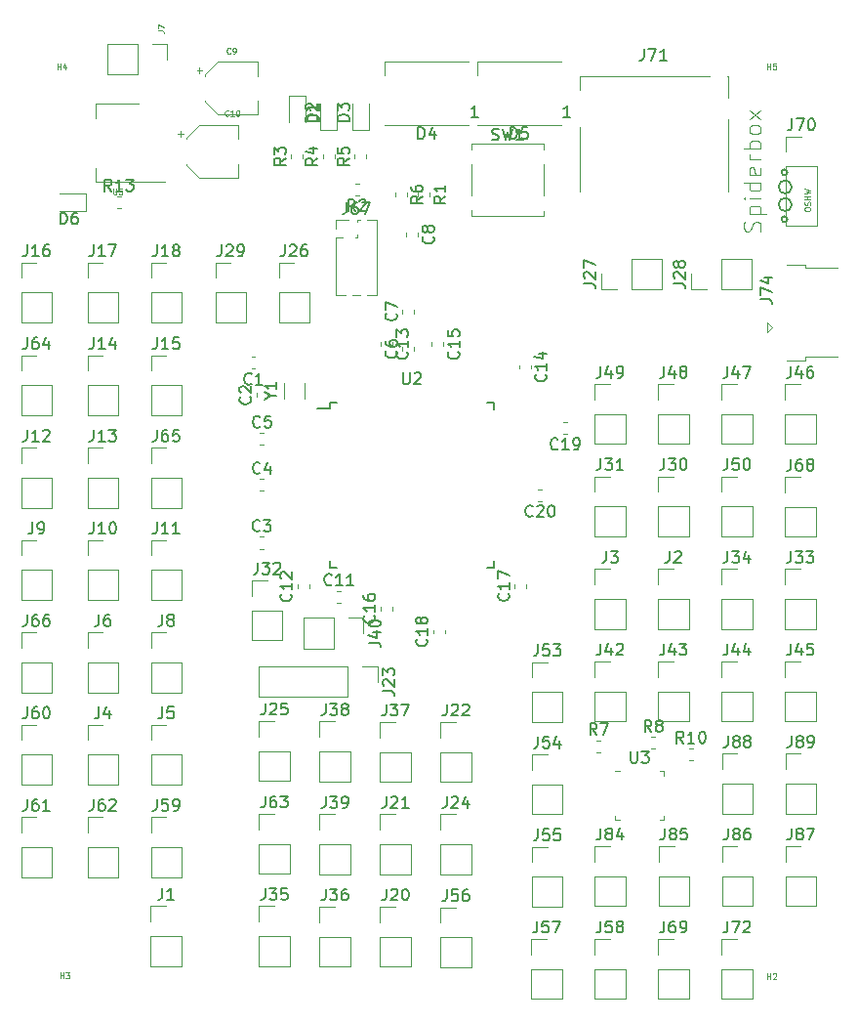
<source format=gto>
G04 #@! TF.GenerationSoftware,KiCad,Pcbnew,5.0.1-33cea8e~68~ubuntu16.04.1*
G04 #@! TF.CreationDate,2019-04-09T16:49:47-04:00*
G04 #@! TF.ProjectId,electrosprawl,656C656374726F73707261776C2E6B69,rev?*
G04 #@! TF.SameCoordinates,Original*
G04 #@! TF.FileFunction,Legend,Top*
G04 #@! TF.FilePolarity,Positive*
%FSLAX46Y46*%
G04 Gerber Fmt 4.6, Leading zero omitted, Abs format (unit mm)*
G04 Created by KiCad (PCBNEW 5.0.1-33cea8e~68~ubuntu16.04.1) date Tue 09 Apr 2019 16:49:47 EDT*
%MOMM*%
%LPD*%
G01*
G04 APERTURE LIST*
%ADD10C,0.200000*%
%ADD11C,0.125000*%
%ADD12C,0.120000*%
%ADD13C,0.150000*%
G04 APERTURE END LIST*
D10*
X169461968Y-39928778D02*
G75*
G03X169461968Y-39928778I-254000J0D01*
G01*
X169461968Y-35864778D02*
G75*
G03X169461968Y-35864778I-254000J0D01*
G01*
X169835890Y-37134778D02*
G75*
G03X169835890Y-37134778I-567961J0D01*
G01*
X169835890Y-38658778D02*
G75*
G03X169835890Y-38658778I-567961J0D01*
G01*
D11*
X170955624Y-39103111D02*
X170955624Y-39007873D01*
X170979434Y-38960254D01*
X171027053Y-38912635D01*
X171122291Y-38888825D01*
X171288957Y-38888825D01*
X171384195Y-38912635D01*
X171431814Y-38960254D01*
X171455624Y-39007873D01*
X171455624Y-39103111D01*
X171431814Y-39150730D01*
X171384195Y-39198349D01*
X171288957Y-39222158D01*
X171122291Y-39222158D01*
X171027053Y-39198349D01*
X170979434Y-39150730D01*
X170955624Y-39103111D01*
X171431814Y-38698349D02*
X171455624Y-38626920D01*
X171455624Y-38507873D01*
X171431814Y-38460254D01*
X171408005Y-38436444D01*
X171360386Y-38412635D01*
X171312767Y-38412635D01*
X171265148Y-38436444D01*
X171241338Y-38460254D01*
X171217529Y-38507873D01*
X171193719Y-38603111D01*
X171169910Y-38650730D01*
X171146100Y-38674539D01*
X171098481Y-38698349D01*
X171050862Y-38698349D01*
X171003243Y-38674539D01*
X170979434Y-38650730D01*
X170955624Y-38603111D01*
X170955624Y-38484063D01*
X170979434Y-38412635D01*
X171455624Y-38198349D02*
X170955624Y-38198349D01*
X171193719Y-38198349D02*
X171193719Y-37912635D01*
X171455624Y-37912635D02*
X170955624Y-37912635D01*
X170955624Y-37722158D02*
X171455624Y-37603111D01*
X171098481Y-37507873D01*
X171455624Y-37412635D01*
X170955624Y-37293587D01*
X167086576Y-40984063D02*
X167158005Y-40769778D01*
X167158005Y-40412635D01*
X167086576Y-40269778D01*
X167015148Y-40198349D01*
X166872291Y-40126920D01*
X166729434Y-40126920D01*
X166586576Y-40198349D01*
X166515148Y-40269778D01*
X166443719Y-40412635D01*
X166372291Y-40698349D01*
X166300862Y-40841206D01*
X166229434Y-40912635D01*
X166086576Y-40984063D01*
X165943719Y-40984063D01*
X165800862Y-40912635D01*
X165729434Y-40841206D01*
X165658005Y-40698349D01*
X165658005Y-40341206D01*
X165729434Y-40126920D01*
X166158005Y-39484063D02*
X167658005Y-39484063D01*
X166229434Y-39484063D02*
X166158005Y-39341206D01*
X166158005Y-39055492D01*
X166229434Y-38912635D01*
X166300862Y-38841206D01*
X166443719Y-38769778D01*
X166872291Y-38769778D01*
X167015148Y-38841206D01*
X167086576Y-38912635D01*
X167158005Y-39055492D01*
X167158005Y-39341206D01*
X167086576Y-39484063D01*
X167158005Y-38126920D02*
X166158005Y-38126920D01*
X165658005Y-38126920D02*
X165729434Y-38198349D01*
X165800862Y-38126920D01*
X165729434Y-38055492D01*
X165658005Y-38126920D01*
X165800862Y-38126920D01*
X167158005Y-36769778D02*
X165658005Y-36769778D01*
X167086576Y-36769778D02*
X167158005Y-36912635D01*
X167158005Y-37198349D01*
X167086576Y-37341206D01*
X167015148Y-37412635D01*
X166872291Y-37484063D01*
X166443719Y-37484063D01*
X166300862Y-37412635D01*
X166229434Y-37341206D01*
X166158005Y-37198349D01*
X166158005Y-36912635D01*
X166229434Y-36769778D01*
X167086576Y-35484063D02*
X167158005Y-35626920D01*
X167158005Y-35912635D01*
X167086576Y-36055492D01*
X166943719Y-36126920D01*
X166372291Y-36126920D01*
X166229434Y-36055492D01*
X166158005Y-35912635D01*
X166158005Y-35626920D01*
X166229434Y-35484063D01*
X166372291Y-35412635D01*
X166515148Y-35412635D01*
X166658005Y-36126920D01*
X167158005Y-34769778D02*
X166158005Y-34769778D01*
X166443719Y-34769778D02*
X166300862Y-34698349D01*
X166229434Y-34626920D01*
X166158005Y-34484063D01*
X166158005Y-34341206D01*
X167158005Y-33841206D02*
X165658005Y-33841206D01*
X166229434Y-33841206D02*
X166158005Y-33698349D01*
X166158005Y-33412635D01*
X166229434Y-33269778D01*
X166300862Y-33198349D01*
X166443719Y-33126920D01*
X166872291Y-33126920D01*
X167015148Y-33198349D01*
X167086576Y-33269778D01*
X167158005Y-33412635D01*
X167158005Y-33698349D01*
X167086576Y-33841206D01*
X167158005Y-32269778D02*
X167086576Y-32412635D01*
X167015148Y-32484063D01*
X166872291Y-32555492D01*
X166443719Y-32555492D01*
X166300862Y-32484063D01*
X166229434Y-32412635D01*
X166158005Y-32269778D01*
X166158005Y-32055492D01*
X166229434Y-31912635D01*
X166300862Y-31841206D01*
X166443719Y-31769778D01*
X166872291Y-31769778D01*
X167015148Y-31841206D01*
X167086576Y-31912635D01*
X167158005Y-32055492D01*
X167158005Y-32269778D01*
X167158005Y-31269778D02*
X166158005Y-30484063D01*
X166158005Y-31269778D02*
X167158005Y-30484063D01*
D12*
G04 #@! TO.C,J68*
X169249434Y-62252278D02*
X170579434Y-62252278D01*
X169249434Y-63582278D02*
X169249434Y-62252278D01*
X169249434Y-64852278D02*
X171909434Y-64852278D01*
X171909434Y-64852278D02*
X171909434Y-67452278D01*
X169249434Y-64852278D02*
X169249434Y-67452278D01*
X169249434Y-67452278D02*
X171909434Y-67452278D01*
G04 #@! TO.C,J1*
X114234434Y-104654778D02*
X116894434Y-104654778D01*
X114234434Y-102054778D02*
X114234434Y-104654778D01*
X116894434Y-102054778D02*
X116894434Y-104654778D01*
X114234434Y-102054778D02*
X116894434Y-102054778D01*
X114234434Y-100784778D02*
X114234434Y-99454778D01*
X114234434Y-99454778D02*
X115564434Y-99454778D01*
G04 #@! TO.C,J27*
X153349434Y-46012278D02*
X153349434Y-44682278D01*
X154679434Y-46012278D02*
X153349434Y-46012278D01*
X155949434Y-46012278D02*
X155949434Y-43352278D01*
X155949434Y-43352278D02*
X158549434Y-43352278D01*
X155949434Y-46012278D02*
X158549434Y-46012278D01*
X158549434Y-46012278D02*
X158549434Y-43352278D01*
G04 #@! TO.C,J42*
X152749434Y-78252278D02*
X154079434Y-78252278D01*
X152749434Y-79582278D02*
X152749434Y-78252278D01*
X152749434Y-80852278D02*
X155409434Y-80852278D01*
X155409434Y-80852278D02*
X155409434Y-83452278D01*
X152749434Y-80852278D02*
X152749434Y-83452278D01*
X152749434Y-83452278D02*
X155409434Y-83452278D01*
G04 #@! TO.C,R10*
X160929155Y-85799778D02*
X161254713Y-85799778D01*
X160929155Y-86819778D02*
X161254713Y-86819778D01*
G04 #@! TO.C,U3*
X158364434Y-87772278D02*
X158739434Y-87772278D01*
X158739434Y-87772278D02*
X158739434Y-88147278D01*
X154894434Y-91992278D02*
X154519434Y-91992278D01*
X154519434Y-91992278D02*
X154519434Y-91617278D01*
X158364434Y-91992278D02*
X158739434Y-91992278D01*
X158739434Y-91992278D02*
X158739434Y-91617278D01*
X154894434Y-87772278D02*
X154519434Y-87772278D01*
G04 #@! TO.C,J23*
X123634434Y-78664778D02*
X123634434Y-81324778D01*
X131314434Y-78664778D02*
X123634434Y-78664778D01*
X131314434Y-81324778D02*
X123634434Y-81324778D01*
X131314434Y-78664778D02*
X131314434Y-81324778D01*
X132584434Y-78664778D02*
X133914434Y-78664778D01*
X133914434Y-78664778D02*
X133914434Y-79994778D01*
G04 #@! TO.C,J89*
X169299434Y-91452278D02*
X171959434Y-91452278D01*
X169299434Y-88852278D02*
X169299434Y-91452278D01*
X171959434Y-88852278D02*
X171959434Y-91452278D01*
X169299434Y-88852278D02*
X171959434Y-88852278D01*
X169299434Y-87582278D02*
X169299434Y-86252278D01*
X169299434Y-86252278D02*
X170629434Y-86252278D01*
G04 #@! TO.C,J85*
X158299434Y-94252278D02*
X159629434Y-94252278D01*
X158299434Y-95582278D02*
X158299434Y-94252278D01*
X158299434Y-96852278D02*
X160959434Y-96852278D01*
X160959434Y-96852278D02*
X160959434Y-99452278D01*
X158299434Y-96852278D02*
X158299434Y-99452278D01*
X158299434Y-99452278D02*
X160959434Y-99452278D01*
G04 #@! TO.C,J88*
X163799434Y-91452278D02*
X166459434Y-91452278D01*
X163799434Y-88852278D02*
X163799434Y-91452278D01*
X166459434Y-88852278D02*
X166459434Y-91452278D01*
X163799434Y-88852278D02*
X166459434Y-88852278D01*
X163799434Y-87582278D02*
X163799434Y-86252278D01*
X163799434Y-86252278D02*
X165129434Y-86252278D01*
G04 #@! TO.C,J87*
X169299434Y-94252278D02*
X170629434Y-94252278D01*
X169299434Y-95582278D02*
X169299434Y-94252278D01*
X169299434Y-96852278D02*
X171959434Y-96852278D01*
X171959434Y-96852278D02*
X171959434Y-99452278D01*
X169299434Y-96852278D02*
X169299434Y-99452278D01*
X169299434Y-99452278D02*
X171959434Y-99452278D01*
G04 #@! TO.C,J86*
X163799434Y-99452278D02*
X166459434Y-99452278D01*
X163799434Y-96852278D02*
X163799434Y-99452278D01*
X166459434Y-96852278D02*
X166459434Y-99452278D01*
X163799434Y-96852278D02*
X166459434Y-96852278D01*
X163799434Y-95582278D02*
X163799434Y-94252278D01*
X163799434Y-94252278D02*
X165129434Y-94252278D01*
G04 #@! TO.C,J72*
X163749434Y-102292278D02*
X165079434Y-102292278D01*
X163749434Y-103622278D02*
X163749434Y-102292278D01*
X163749434Y-104892278D02*
X166409434Y-104892278D01*
X166409434Y-104892278D02*
X166409434Y-107492278D01*
X163749434Y-104892278D02*
X163749434Y-107492278D01*
X163749434Y-107492278D02*
X166409434Y-107492278D01*
G04 #@! TO.C,J84*
X152749434Y-99452278D02*
X155409434Y-99452278D01*
X152749434Y-96852278D02*
X152749434Y-99452278D01*
X155409434Y-96852278D02*
X155409434Y-99452278D01*
X152749434Y-96852278D02*
X155409434Y-96852278D01*
X152749434Y-95582278D02*
X152749434Y-94252278D01*
X152749434Y-94252278D02*
X154079434Y-94252278D01*
G04 #@! TO.C,J57*
X147249434Y-107492278D02*
X149909434Y-107492278D01*
X147249434Y-104892278D02*
X147249434Y-107492278D01*
X149909434Y-104892278D02*
X149909434Y-107492278D01*
X147249434Y-104892278D02*
X149909434Y-104892278D01*
X147249434Y-103622278D02*
X147249434Y-102292278D01*
X147249434Y-102292278D02*
X148579434Y-102292278D01*
G04 #@! TO.C,J69*
X158249434Y-102292278D02*
X159579434Y-102292278D01*
X158249434Y-103622278D02*
X158249434Y-102292278D01*
X158249434Y-104892278D02*
X160909434Y-104892278D01*
X160909434Y-104892278D02*
X160909434Y-107492278D01*
X158249434Y-104892278D02*
X158249434Y-107492278D01*
X158249434Y-107492278D02*
X160909434Y-107492278D01*
G04 #@! TO.C,J58*
X152749434Y-107484778D02*
X155409434Y-107484778D01*
X152749434Y-104884778D02*
X152749434Y-107484778D01*
X155409434Y-104884778D02*
X155409434Y-107484778D01*
X152749434Y-104884778D02*
X155409434Y-104884778D01*
X152749434Y-103614778D02*
X152749434Y-102284778D01*
X152749434Y-102284778D02*
X154079434Y-102284778D01*
G04 #@! TO.C,J56*
X139384434Y-104752278D02*
X142044434Y-104752278D01*
X139384434Y-102152278D02*
X139384434Y-104752278D01*
X142044434Y-102152278D02*
X142044434Y-104752278D01*
X139384434Y-102152278D02*
X142044434Y-102152278D01*
X139384434Y-100882278D02*
X139384434Y-99552278D01*
X139384434Y-99552278D02*
X140714434Y-99552278D01*
G04 #@! TO.C,J55*
X147299434Y-94302278D02*
X148629434Y-94302278D01*
X147299434Y-95632278D02*
X147299434Y-94302278D01*
X147299434Y-96902278D02*
X149959434Y-96902278D01*
X149959434Y-96902278D02*
X149959434Y-99502278D01*
X147299434Y-96902278D02*
X147299434Y-99502278D01*
X147299434Y-99502278D02*
X149959434Y-99502278D01*
G04 #@! TO.C,J54*
X147299434Y-91502278D02*
X149959434Y-91502278D01*
X147299434Y-88902278D02*
X147299434Y-91502278D01*
X149959434Y-88902278D02*
X149959434Y-91502278D01*
X147299434Y-88902278D02*
X149959434Y-88902278D01*
X147299434Y-87632278D02*
X147299434Y-86302278D01*
X147299434Y-86302278D02*
X148629434Y-86302278D01*
G04 #@! TO.C,J53*
X147299434Y-78302278D02*
X148629434Y-78302278D01*
X147299434Y-79632278D02*
X147299434Y-78302278D01*
X147299434Y-80902278D02*
X149959434Y-80902278D01*
X149959434Y-80902278D02*
X149959434Y-83502278D01*
X147299434Y-80902278D02*
X147299434Y-83502278D01*
X147299434Y-83502278D02*
X149959434Y-83502278D01*
G04 #@! TO.C,J40*
X127499434Y-74479778D02*
X127499434Y-77139778D01*
X130099434Y-74479778D02*
X127499434Y-74479778D01*
X130099434Y-77139778D02*
X127499434Y-77139778D01*
X130099434Y-74479778D02*
X130099434Y-77139778D01*
X131369434Y-74479778D02*
X132699434Y-74479778D01*
X132699434Y-74479778D02*
X132699434Y-75809778D01*
G04 #@! TO.C,J32*
X122999434Y-71229778D02*
X124329434Y-71229778D01*
X122999434Y-72559778D02*
X122999434Y-71229778D01*
X122999434Y-73829778D02*
X125659434Y-73829778D01*
X125659434Y-73829778D02*
X125659434Y-76429778D01*
X122999434Y-73829778D02*
X122999434Y-76429778D01*
X122999434Y-76429778D02*
X125659434Y-76429778D01*
G04 #@! TO.C,J44*
X163749434Y-78252278D02*
X165079434Y-78252278D01*
X163749434Y-79582278D02*
X163749434Y-78252278D01*
X163749434Y-80852278D02*
X166409434Y-80852278D01*
X166409434Y-80852278D02*
X166409434Y-83452278D01*
X163749434Y-80852278D02*
X163749434Y-83452278D01*
X163749434Y-83452278D02*
X166409434Y-83452278D01*
G04 #@! TO.C,J33*
X169249434Y-70252278D02*
X170579434Y-70252278D01*
X169249434Y-71582278D02*
X169249434Y-70252278D01*
X169249434Y-72852278D02*
X171909434Y-72852278D01*
X171909434Y-72852278D02*
X171909434Y-75452278D01*
X169249434Y-72852278D02*
X169249434Y-75452278D01*
X169249434Y-75452278D02*
X171909434Y-75452278D01*
G04 #@! TO.C,J47*
X163749434Y-54212278D02*
X165079434Y-54212278D01*
X163749434Y-55542278D02*
X163749434Y-54212278D01*
X163749434Y-56812278D02*
X166409434Y-56812278D01*
X166409434Y-56812278D02*
X166409434Y-59412278D01*
X163749434Y-56812278D02*
X163749434Y-59412278D01*
X163749434Y-59412278D02*
X166409434Y-59412278D01*
G04 #@! TO.C,J8*
X114249434Y-75729778D02*
X115579434Y-75729778D01*
X114249434Y-77059778D02*
X114249434Y-75729778D01*
X114249434Y-78329778D02*
X116909434Y-78329778D01*
X116909434Y-78329778D02*
X116909434Y-80929778D01*
X114249434Y-78329778D02*
X114249434Y-80929778D01*
X114249434Y-80929778D02*
X116909434Y-80929778D01*
G04 #@! TO.C,J10*
X108749434Y-67729778D02*
X110079434Y-67729778D01*
X108749434Y-69059778D02*
X108749434Y-67729778D01*
X108749434Y-70329778D02*
X111409434Y-70329778D01*
X111409434Y-70329778D02*
X111409434Y-72929778D01*
X108749434Y-70329778D02*
X108749434Y-72929778D01*
X108749434Y-72929778D02*
X111409434Y-72929778D01*
G04 #@! TO.C,J45*
X169249434Y-78252278D02*
X170579434Y-78252278D01*
X169249434Y-79582278D02*
X169249434Y-78252278D01*
X169249434Y-80852278D02*
X171909434Y-80852278D01*
X171909434Y-80852278D02*
X171909434Y-83452278D01*
X169249434Y-80852278D02*
X169249434Y-83452278D01*
X169249434Y-83452278D02*
X171909434Y-83452278D01*
G04 #@! TO.C,J24*
X139384434Y-91494778D02*
X140714434Y-91494778D01*
X139384434Y-92824778D02*
X139384434Y-91494778D01*
X139384434Y-94094778D02*
X142044434Y-94094778D01*
X142044434Y-94094778D02*
X142044434Y-96694778D01*
X139384434Y-94094778D02*
X139384434Y-96694778D01*
X139384434Y-96694778D02*
X142044434Y-96694778D01*
G04 #@! TO.C,J2*
X158249434Y-70252278D02*
X159579434Y-70252278D01*
X158249434Y-71582278D02*
X158249434Y-70252278D01*
X158249434Y-72852278D02*
X160909434Y-72852278D01*
X160909434Y-72852278D02*
X160909434Y-75452278D01*
X158249434Y-72852278D02*
X158249434Y-75452278D01*
X158249434Y-75452278D02*
X160909434Y-75452278D01*
G04 #@! TO.C,J3*
X152749434Y-70252278D02*
X154079434Y-70252278D01*
X152749434Y-71582278D02*
X152749434Y-70252278D01*
X152749434Y-72852278D02*
X155409434Y-72852278D01*
X155409434Y-72852278D02*
X155409434Y-75452278D01*
X152749434Y-72852278D02*
X152749434Y-75452278D01*
X152749434Y-75452278D02*
X155409434Y-75452278D01*
G04 #@! TO.C,J4*
X108749434Y-83729778D02*
X110079434Y-83729778D01*
X108749434Y-85059778D02*
X108749434Y-83729778D01*
X108749434Y-86329778D02*
X111409434Y-86329778D01*
X111409434Y-86329778D02*
X111409434Y-88929778D01*
X108749434Y-86329778D02*
X108749434Y-88929778D01*
X108749434Y-88929778D02*
X111409434Y-88929778D01*
G04 #@! TO.C,J5*
X114249434Y-83729778D02*
X115579434Y-83729778D01*
X114249434Y-85059778D02*
X114249434Y-83729778D01*
X114249434Y-86329778D02*
X116909434Y-86329778D01*
X116909434Y-86329778D02*
X116909434Y-88929778D01*
X114249434Y-86329778D02*
X114249434Y-88929778D01*
X114249434Y-88929778D02*
X116909434Y-88929778D01*
G04 #@! TO.C,J6*
X108749434Y-75729778D02*
X110079434Y-75729778D01*
X108749434Y-77059778D02*
X108749434Y-75729778D01*
X108749434Y-78329778D02*
X111409434Y-78329778D01*
X111409434Y-78329778D02*
X111409434Y-80929778D01*
X108749434Y-78329778D02*
X108749434Y-80929778D01*
X108749434Y-80929778D02*
X111409434Y-80929778D01*
G04 #@! TO.C,J7*
X115671934Y-24729778D02*
X115671934Y-26059778D01*
X114341934Y-24729778D02*
X115671934Y-24729778D01*
X113071934Y-24729778D02*
X113071934Y-27389778D01*
X113071934Y-27389778D02*
X110471934Y-27389778D01*
X113071934Y-24729778D02*
X110471934Y-24729778D01*
X110471934Y-24729778D02*
X110471934Y-27389778D01*
G04 #@! TO.C,J9*
X102999434Y-67729778D02*
X104329434Y-67729778D01*
X102999434Y-69059778D02*
X102999434Y-67729778D01*
X102999434Y-70329778D02*
X105659434Y-70329778D01*
X105659434Y-70329778D02*
X105659434Y-72929778D01*
X102999434Y-70329778D02*
X102999434Y-72929778D01*
X102999434Y-72929778D02*
X105659434Y-72929778D01*
G04 #@! TO.C,J26*
X125349434Y-43689778D02*
X126679434Y-43689778D01*
X125349434Y-45019778D02*
X125349434Y-43689778D01*
X125349434Y-46289778D02*
X128009434Y-46289778D01*
X128009434Y-46289778D02*
X128009434Y-48889778D01*
X125349434Y-46289778D02*
X125349434Y-48889778D01*
X125349434Y-48889778D02*
X128009434Y-48889778D01*
G04 #@! TO.C,J64*
X102999434Y-51729778D02*
X104329434Y-51729778D01*
X102999434Y-53059778D02*
X102999434Y-51729778D01*
X102999434Y-54329778D02*
X105659434Y-54329778D01*
X105659434Y-54329778D02*
X105659434Y-56929778D01*
X102999434Y-54329778D02*
X102999434Y-56929778D01*
X102999434Y-56929778D02*
X105659434Y-56929778D01*
G04 #@! TO.C,J31*
X152749434Y-62212278D02*
X154079434Y-62212278D01*
X152749434Y-63542278D02*
X152749434Y-62212278D01*
X152749434Y-64812278D02*
X155409434Y-64812278D01*
X155409434Y-64812278D02*
X155409434Y-67412278D01*
X152749434Y-64812278D02*
X152749434Y-67412278D01*
X152749434Y-67412278D02*
X155409434Y-67412278D01*
G04 #@! TO.C,J30*
X158249434Y-62212278D02*
X159579434Y-62212278D01*
X158249434Y-63542278D02*
X158249434Y-62212278D01*
X158249434Y-64812278D02*
X160909434Y-64812278D01*
X160909434Y-64812278D02*
X160909434Y-67412278D01*
X158249434Y-64812278D02*
X158249434Y-67412278D01*
X158249434Y-67412278D02*
X160909434Y-67412278D01*
G04 #@! TO.C,J29*
X119849434Y-43689778D02*
X121179434Y-43689778D01*
X119849434Y-45019778D02*
X119849434Y-43689778D01*
X119849434Y-46289778D02*
X122509434Y-46289778D01*
X122509434Y-46289778D02*
X122509434Y-48889778D01*
X119849434Y-46289778D02*
X119849434Y-48889778D01*
X119849434Y-48889778D02*
X122509434Y-48889778D01*
G04 #@! TO.C,J28*
X161149434Y-46012278D02*
X161149434Y-44682278D01*
X162479434Y-46012278D02*
X161149434Y-46012278D01*
X163749434Y-46012278D02*
X163749434Y-43352278D01*
X163749434Y-43352278D02*
X166349434Y-43352278D01*
X163749434Y-46012278D02*
X166349434Y-46012278D01*
X166349434Y-46012278D02*
X166349434Y-43352278D01*
G04 #@! TO.C,J34*
X163749434Y-70252278D02*
X165079434Y-70252278D01*
X163749434Y-71582278D02*
X163749434Y-70252278D01*
X163749434Y-72852278D02*
X166409434Y-72852278D01*
X166409434Y-72852278D02*
X166409434Y-75452278D01*
X163749434Y-72852278D02*
X163749434Y-75452278D01*
X163749434Y-75452278D02*
X166409434Y-75452278D01*
G04 #@! TO.C,J25*
X123634434Y-83414778D02*
X124964434Y-83414778D01*
X123634434Y-84744778D02*
X123634434Y-83414778D01*
X123634434Y-86014778D02*
X126294434Y-86014778D01*
X126294434Y-86014778D02*
X126294434Y-88614778D01*
X123634434Y-86014778D02*
X123634434Y-88614778D01*
X123634434Y-88614778D02*
X126294434Y-88614778D01*
G04 #@! TO.C,J35*
X123634434Y-99454778D02*
X124964434Y-99454778D01*
X123634434Y-100784778D02*
X123634434Y-99454778D01*
X123634434Y-102054778D02*
X126294434Y-102054778D01*
X126294434Y-102054778D02*
X126294434Y-104654778D01*
X123634434Y-102054778D02*
X123634434Y-104654778D01*
X123634434Y-104654778D02*
X126294434Y-104654778D01*
G04 #@! TO.C,J36*
X128884434Y-99494778D02*
X130214434Y-99494778D01*
X128884434Y-100824778D02*
X128884434Y-99494778D01*
X128884434Y-102094778D02*
X131544434Y-102094778D01*
X131544434Y-102094778D02*
X131544434Y-104694778D01*
X128884434Y-102094778D02*
X128884434Y-104694778D01*
X128884434Y-104694778D02*
X131544434Y-104694778D01*
G04 #@! TO.C,J37*
X134134434Y-83494778D02*
X135464434Y-83494778D01*
X134134434Y-84824778D02*
X134134434Y-83494778D01*
X134134434Y-86094778D02*
X136794434Y-86094778D01*
X136794434Y-86094778D02*
X136794434Y-88694778D01*
X134134434Y-86094778D02*
X134134434Y-88694778D01*
X134134434Y-88694778D02*
X136794434Y-88694778D01*
G04 #@! TO.C,J38*
X128884434Y-83454778D02*
X130214434Y-83454778D01*
X128884434Y-84784778D02*
X128884434Y-83454778D01*
X128884434Y-86054778D02*
X131544434Y-86054778D01*
X131544434Y-86054778D02*
X131544434Y-88654778D01*
X128884434Y-86054778D02*
X128884434Y-88654778D01*
X128884434Y-88654778D02*
X131544434Y-88654778D01*
G04 #@! TO.C,J39*
X128884434Y-91494778D02*
X130214434Y-91494778D01*
X128884434Y-92824778D02*
X128884434Y-91494778D01*
X128884434Y-94094778D02*
X131544434Y-94094778D01*
X131544434Y-94094778D02*
X131544434Y-96694778D01*
X128884434Y-94094778D02*
X128884434Y-96694778D01*
X128884434Y-96694778D02*
X131544434Y-96694778D01*
G04 #@! TO.C,J50*
X163749434Y-62212278D02*
X165079434Y-62212278D01*
X163749434Y-63542278D02*
X163749434Y-62212278D01*
X163749434Y-64812278D02*
X166409434Y-64812278D01*
X166409434Y-64812278D02*
X166409434Y-67412278D01*
X163749434Y-64812278D02*
X163749434Y-67412278D01*
X163749434Y-67412278D02*
X166409434Y-67412278D01*
G04 #@! TO.C,J63*
X123634434Y-91454778D02*
X124964434Y-91454778D01*
X123634434Y-92784778D02*
X123634434Y-91454778D01*
X123634434Y-94054778D02*
X126294434Y-94054778D01*
X126294434Y-94054778D02*
X126294434Y-96654778D01*
X123634434Y-94054778D02*
X123634434Y-96654778D01*
X123634434Y-96654778D02*
X126294434Y-96654778D01*
G04 #@! TO.C,J62*
X108749434Y-91729778D02*
X110079434Y-91729778D01*
X108749434Y-93059778D02*
X108749434Y-91729778D01*
X108749434Y-94329778D02*
X111409434Y-94329778D01*
X111409434Y-94329778D02*
X111409434Y-96929778D01*
X108749434Y-94329778D02*
X108749434Y-96929778D01*
X108749434Y-96929778D02*
X111409434Y-96929778D01*
G04 #@! TO.C,J61*
X102999434Y-91729778D02*
X104329434Y-91729778D01*
X102999434Y-93059778D02*
X102999434Y-91729778D01*
X102999434Y-94329778D02*
X105659434Y-94329778D01*
X105659434Y-94329778D02*
X105659434Y-96929778D01*
X102999434Y-94329778D02*
X102999434Y-96929778D01*
X102999434Y-96929778D02*
X105659434Y-96929778D01*
G04 #@! TO.C,J60*
X102999434Y-83729778D02*
X104329434Y-83729778D01*
X102999434Y-85059778D02*
X102999434Y-83729778D01*
X102999434Y-86329778D02*
X105659434Y-86329778D01*
X105659434Y-86329778D02*
X105659434Y-88929778D01*
X102999434Y-86329778D02*
X102999434Y-88929778D01*
X102999434Y-88929778D02*
X105659434Y-88929778D01*
G04 #@! TO.C,J59*
X114249434Y-91729778D02*
X115579434Y-91729778D01*
X114249434Y-93059778D02*
X114249434Y-91729778D01*
X114249434Y-94329778D02*
X116909434Y-94329778D01*
X116909434Y-94329778D02*
X116909434Y-96929778D01*
X114249434Y-94329778D02*
X114249434Y-96929778D01*
X114249434Y-96929778D02*
X116909434Y-96929778D01*
G04 #@! TO.C,J48*
X158249434Y-54212278D02*
X159579434Y-54212278D01*
X158249434Y-55542278D02*
X158249434Y-54212278D01*
X158249434Y-56812278D02*
X160909434Y-56812278D01*
X160909434Y-56812278D02*
X160909434Y-59412278D01*
X158249434Y-56812278D02*
X158249434Y-59412278D01*
X158249434Y-59412278D02*
X160909434Y-59412278D01*
G04 #@! TO.C,J49*
X152749434Y-54212278D02*
X154079434Y-54212278D01*
X152749434Y-55542278D02*
X152749434Y-54212278D01*
X152749434Y-56812278D02*
X155409434Y-56812278D01*
X155409434Y-56812278D02*
X155409434Y-59412278D01*
X152749434Y-56812278D02*
X152749434Y-59412278D01*
X152749434Y-59412278D02*
X155409434Y-59412278D01*
G04 #@! TO.C,J46*
X169249434Y-54212278D02*
X170579434Y-54212278D01*
X169249434Y-55542278D02*
X169249434Y-54212278D01*
X169249434Y-56812278D02*
X171909434Y-56812278D01*
X171909434Y-56812278D02*
X171909434Y-59412278D01*
X169249434Y-56812278D02*
X169249434Y-59412278D01*
X169249434Y-59412278D02*
X171909434Y-59412278D01*
G04 #@! TO.C,J66*
X102999434Y-75729778D02*
X104329434Y-75729778D01*
X102999434Y-77059778D02*
X102999434Y-75729778D01*
X102999434Y-78329778D02*
X105659434Y-78329778D01*
X105659434Y-78329778D02*
X105659434Y-80929778D01*
X102999434Y-78329778D02*
X102999434Y-80929778D01*
X102999434Y-80929778D02*
X105659434Y-80929778D01*
G04 #@! TO.C,J65*
X114249434Y-59729778D02*
X115579434Y-59729778D01*
X114249434Y-61059778D02*
X114249434Y-59729778D01*
X114249434Y-62329778D02*
X116909434Y-62329778D01*
X116909434Y-62329778D02*
X116909434Y-64929778D01*
X114249434Y-62329778D02*
X114249434Y-64929778D01*
X114249434Y-64929778D02*
X116909434Y-64929778D01*
G04 #@! TO.C,J11*
X114249434Y-67729778D02*
X115579434Y-67729778D01*
X114249434Y-69059778D02*
X114249434Y-67729778D01*
X114249434Y-70329778D02*
X116909434Y-70329778D01*
X116909434Y-70329778D02*
X116909434Y-72929778D01*
X114249434Y-70329778D02*
X114249434Y-72929778D01*
X114249434Y-72929778D02*
X116909434Y-72929778D01*
G04 #@! TO.C,J13*
X108749434Y-59729778D02*
X110079434Y-59729778D01*
X108749434Y-61059778D02*
X108749434Y-59729778D01*
X108749434Y-62329778D02*
X111409434Y-62329778D01*
X111409434Y-62329778D02*
X111409434Y-64929778D01*
X108749434Y-62329778D02*
X108749434Y-64929778D01*
X108749434Y-64929778D02*
X111409434Y-64929778D01*
G04 #@! TO.C,J14*
X108749434Y-51729778D02*
X110079434Y-51729778D01*
X108749434Y-53059778D02*
X108749434Y-51729778D01*
X108749434Y-54329778D02*
X111409434Y-54329778D01*
X111409434Y-54329778D02*
X111409434Y-56929778D01*
X108749434Y-54329778D02*
X108749434Y-56929778D01*
X108749434Y-56929778D02*
X111409434Y-56929778D01*
G04 #@! TO.C,J15*
X114249434Y-51729778D02*
X115579434Y-51729778D01*
X114249434Y-53059778D02*
X114249434Y-51729778D01*
X114249434Y-54329778D02*
X116909434Y-54329778D01*
X116909434Y-54329778D02*
X116909434Y-56929778D01*
X114249434Y-54329778D02*
X114249434Y-56929778D01*
X114249434Y-56929778D02*
X116909434Y-56929778D01*
G04 #@! TO.C,J16*
X102999434Y-43689778D02*
X104329434Y-43689778D01*
X102999434Y-45019778D02*
X102999434Y-43689778D01*
X102999434Y-46289778D02*
X105659434Y-46289778D01*
X105659434Y-46289778D02*
X105659434Y-48889778D01*
X102999434Y-46289778D02*
X102999434Y-48889778D01*
X102999434Y-48889778D02*
X105659434Y-48889778D01*
G04 #@! TO.C,J17*
X108749434Y-43689778D02*
X110079434Y-43689778D01*
X108749434Y-45019778D02*
X108749434Y-43689778D01*
X108749434Y-46289778D02*
X111409434Y-46289778D01*
X111409434Y-46289778D02*
X111409434Y-48889778D01*
X108749434Y-46289778D02*
X108749434Y-48889778D01*
X108749434Y-48889778D02*
X111409434Y-48889778D01*
G04 #@! TO.C,J18*
X114249434Y-43689778D02*
X115579434Y-43689778D01*
X114249434Y-45019778D02*
X114249434Y-43689778D01*
X114249434Y-46289778D02*
X116909434Y-46289778D01*
X116909434Y-46289778D02*
X116909434Y-48889778D01*
X114249434Y-46289778D02*
X114249434Y-48889778D01*
X114249434Y-48889778D02*
X116909434Y-48889778D01*
G04 #@! TO.C,J20*
X134134434Y-99494778D02*
X135464434Y-99494778D01*
X134134434Y-100824778D02*
X134134434Y-99494778D01*
X134134434Y-102094778D02*
X136794434Y-102094778D01*
X136794434Y-102094778D02*
X136794434Y-104694778D01*
X134134434Y-102094778D02*
X134134434Y-104694778D01*
X134134434Y-104694778D02*
X136794434Y-104694778D01*
G04 #@! TO.C,J21*
X134134434Y-91494778D02*
X135464434Y-91494778D01*
X134134434Y-92824778D02*
X134134434Y-91494778D01*
X134134434Y-94094778D02*
X136794434Y-94094778D01*
X136794434Y-94094778D02*
X136794434Y-96694778D01*
X134134434Y-94094778D02*
X134134434Y-96694778D01*
X134134434Y-96694778D02*
X136794434Y-96694778D01*
G04 #@! TO.C,J22*
X139384434Y-83494778D02*
X140714434Y-83494778D01*
X139384434Y-84824778D02*
X139384434Y-83494778D01*
X139384434Y-86094778D02*
X142044434Y-86094778D01*
X142044434Y-86094778D02*
X142044434Y-88694778D01*
X139384434Y-86094778D02*
X139384434Y-88694778D01*
X139384434Y-88694778D02*
X142044434Y-88694778D01*
G04 #@! TO.C,J12*
X102999434Y-59729778D02*
X104329434Y-59729778D01*
X102999434Y-61059778D02*
X102999434Y-59729778D01*
X102999434Y-62329778D02*
X105659434Y-62329778D01*
X105659434Y-62329778D02*
X105659434Y-64929778D01*
X102999434Y-62329778D02*
X102999434Y-64929778D01*
X102999434Y-64929778D02*
X105659434Y-64929778D01*
G04 #@! TO.C,J43*
X158249434Y-78252278D02*
X159579434Y-78252278D01*
X158249434Y-79582278D02*
X158249434Y-78252278D01*
X158249434Y-80852278D02*
X160909434Y-80852278D01*
X160909434Y-80852278D02*
X160909434Y-83452278D01*
X158249434Y-80852278D02*
X158249434Y-83452278D01*
X158249434Y-83452278D02*
X160909434Y-83452278D01*
D13*
G04 #@! TO.C,U2*
X129754434Y-56344778D02*
X128679434Y-56344778D01*
X144004434Y-55844778D02*
X143419434Y-55844778D01*
X144004434Y-70094778D02*
X143419434Y-70094778D01*
X129754434Y-70094778D02*
X130339434Y-70094778D01*
X129754434Y-55844778D02*
X130339434Y-55844778D01*
X129754434Y-70094778D02*
X129754434Y-69509778D01*
X144004434Y-70094778D02*
X144004434Y-69509778D01*
X144004434Y-55844778D02*
X144004434Y-56429778D01*
X129754434Y-55844778D02*
X129754434Y-56344778D01*
D12*
G04 #@! TO.C,C6*
X137089434Y-51332557D02*
X137089434Y-51006999D01*
X136069434Y-51332557D02*
X136069434Y-51006999D01*
G04 #@! TO.C,J70*
X169349434Y-32752278D02*
X170679434Y-32752278D01*
X169349434Y-34082278D02*
X169349434Y-32752278D01*
X169349434Y-35352278D02*
X172009434Y-35352278D01*
X172009434Y-35352278D02*
X172009434Y-40492278D01*
X169349434Y-35352278D02*
X169349434Y-40492278D01*
X169349434Y-40492278D02*
X172009434Y-40492278D01*
G04 #@! TO.C,SW1*
X142029434Y-33869778D02*
X142029434Y-33419778D01*
X148329434Y-33419778D02*
X148329434Y-33869778D01*
X142029434Y-33419778D02*
X148329434Y-33419778D01*
X148329434Y-35169778D02*
X148329434Y-37869778D01*
X142029434Y-37869778D02*
X142029434Y-35169778D01*
X148329434Y-39619778D02*
X148329434Y-39219778D01*
X142029434Y-39619778D02*
X148329434Y-39619778D01*
X142029434Y-39169778D02*
X142029434Y-39619778D01*
G04 #@! TO.C,C2*
X124439434Y-55332557D02*
X124439434Y-55006999D01*
X123419434Y-55332557D02*
X123419434Y-55006999D01*
G04 #@! TO.C,C3*
X123704155Y-68479778D02*
X124029713Y-68479778D01*
X123704155Y-67459778D02*
X124029713Y-67459778D01*
G04 #@! TO.C,C4*
X123729155Y-63479778D02*
X124054713Y-63479778D01*
X123729155Y-62459778D02*
X124054713Y-62459778D01*
G04 #@! TO.C,C5*
X123729155Y-59469778D02*
X124054713Y-59469778D01*
X123729155Y-58449778D02*
X124054713Y-58449778D01*
G04 #@! TO.C,C7*
X137089434Y-48082557D02*
X137089434Y-47756999D01*
X136069434Y-48082557D02*
X136069434Y-47756999D01*
G04 #@! TO.C,C8*
X136419434Y-41106999D02*
X136419434Y-41432557D01*
X137439434Y-41106999D02*
X137439434Y-41432557D01*
G04 #@! TO.C,C1*
X123304713Y-51872278D02*
X122979155Y-51872278D01*
X123304713Y-52892278D02*
X122979155Y-52892278D01*
G04 #@! TO.C,C12*
X127974434Y-71932557D02*
X127974434Y-71606999D01*
X126954434Y-71932557D02*
X126954434Y-71606999D01*
G04 #@! TO.C,C13*
X134169434Y-50606999D02*
X134169434Y-50932557D01*
X135189434Y-50606999D02*
X135189434Y-50932557D01*
G04 #@! TO.C,C14*
X146169434Y-52569499D02*
X146169434Y-52895057D01*
X147189434Y-52569499D02*
X147189434Y-52895057D01*
G04 #@! TO.C,C15*
X138619434Y-50606999D02*
X138619434Y-50932557D01*
X139639434Y-50606999D02*
X139639434Y-50932557D01*
G04 #@! TO.C,C16*
X135176934Y-73820057D02*
X135176934Y-73494499D01*
X134156934Y-73820057D02*
X134156934Y-73494499D01*
G04 #@! TO.C,C17*
X146839434Y-71882557D02*
X146839434Y-71556999D01*
X145819434Y-71882557D02*
X145819434Y-71556999D01*
G04 #@! TO.C,C18*
X139739434Y-75832557D02*
X139739434Y-75506999D01*
X138719434Y-75832557D02*
X138719434Y-75506999D01*
G04 #@! TO.C,C19*
X150354713Y-57509778D02*
X150029155Y-57509778D01*
X150354713Y-58529778D02*
X150029155Y-58529778D01*
G04 #@! TO.C,C20*
X148164713Y-63314778D02*
X147839155Y-63314778D01*
X148164713Y-64334778D02*
X147839155Y-64334778D01*
G04 #@! TO.C,C11*
X130409155Y-73154778D02*
X130734713Y-73154778D01*
X130409155Y-72134778D02*
X130734713Y-72134778D01*
G04 #@! TO.C,J71*
X164204434Y-27554778D02*
X164314434Y-27554778D01*
X151444434Y-28714778D02*
X151444434Y-27554778D01*
X151444434Y-27554778D02*
X162704434Y-27554778D01*
X164314434Y-27554778D02*
X164314434Y-29364778D01*
X151444434Y-31964778D02*
X151444434Y-37564778D01*
X164314434Y-31264778D02*
X164314434Y-37564778D01*
G04 #@! TO.C,J67*
X130279434Y-39949778D02*
X131409434Y-39949778D01*
X130279434Y-40709778D02*
X130279434Y-39949778D01*
X132986964Y-40014778D02*
X133809434Y-40014778D01*
X132169434Y-40014778D02*
X132371904Y-40014778D01*
X132169434Y-40146307D02*
X132169434Y-40014778D01*
X132169434Y-41416307D02*
X132169434Y-41273249D01*
X131972905Y-41469778D02*
X132115963Y-41469778D01*
X130279434Y-41469778D02*
X130845963Y-41469778D01*
X133809434Y-40014778D02*
X133809434Y-46484778D01*
X130279434Y-41469778D02*
X130279434Y-46484778D01*
X131716964Y-46484778D02*
X132371904Y-46484778D01*
X132986964Y-46484778D02*
X133809434Y-46484778D01*
X130279434Y-46484778D02*
X131101904Y-46484778D01*
G04 #@! TO.C,J74*
X168179434Y-49312278D02*
X167729434Y-49712278D01*
X167729434Y-49712278D02*
X167729434Y-48912278D01*
X167729434Y-48912278D02*
X168179434Y-49312278D01*
X173779434Y-44162278D02*
X170979434Y-44162278D01*
X170979434Y-44162278D02*
X170979434Y-43862278D01*
X170979434Y-43862278D02*
X169429434Y-43862278D01*
X173779434Y-51862278D02*
X170979434Y-51862278D01*
X170979434Y-52162278D02*
X170979434Y-51862278D01*
X170979434Y-52162278D02*
X169429434Y-52162278D01*
G04 #@! TO.C,Y1*
X125804434Y-55444778D02*
X125804434Y-54094778D01*
X127554434Y-55444778D02*
X127554434Y-54094778D01*
G04 #@! TO.C,D6*
X108626934Y-37734778D02*
X106341934Y-37734778D01*
X108626934Y-39204778D02*
X108626934Y-37734778D01*
X106341934Y-39204778D02*
X108626934Y-39204778D01*
G04 #@! TO.C,D3*
X133164434Y-32167278D02*
X133164434Y-29882278D01*
X131694434Y-32167278D02*
X133164434Y-32167278D01*
X131694434Y-29882278D02*
X131694434Y-32167278D01*
G04 #@! TO.C,D2*
X130414434Y-32167278D02*
X130414434Y-29882278D01*
X128944434Y-32167278D02*
X130414434Y-32167278D01*
X128944434Y-29882278D02*
X128944434Y-32167278D01*
G04 #@! TO.C,D1*
X126194434Y-29234778D02*
X126194434Y-31519778D01*
X127664434Y-29234778D02*
X126194434Y-29234778D01*
X127664434Y-31519778D02*
X127664434Y-29234778D01*
G04 #@! TO.C,D5*
X142529434Y-26269778D02*
X142529434Y-27419778D01*
X149829434Y-26269778D02*
X142529434Y-26269778D01*
X149829434Y-31769778D02*
X142529434Y-31769778D01*
G04 #@! TO.C,D4*
X134529434Y-26269778D02*
X134529434Y-27419778D01*
X141829434Y-26269778D02*
X134529434Y-26269778D01*
X141829434Y-31769778D02*
X134529434Y-31769778D01*
G04 #@! TO.C,R1*
X137419434Y-37606999D02*
X137419434Y-37932557D01*
X138439434Y-37606999D02*
X138439434Y-37932557D01*
G04 #@! TO.C,R13*
X111304155Y-38979778D02*
X111629713Y-38979778D01*
X111304155Y-37959778D02*
X111629713Y-37959778D01*
G04 #@! TO.C,R8*
X157679155Y-85819778D02*
X158004713Y-85819778D01*
X157679155Y-84799778D02*
X158004713Y-84799778D01*
G04 #@! TO.C,R7*
X152929155Y-86092278D02*
X153254713Y-86092278D01*
X152929155Y-85072278D02*
X153254713Y-85072278D01*
G04 #@! TO.C,R6*
X135419434Y-37606999D02*
X135419434Y-37932557D01*
X136439434Y-37606999D02*
X136439434Y-37932557D01*
G04 #@! TO.C,R5*
X132939434Y-34632557D02*
X132939434Y-34306999D01*
X131919434Y-34632557D02*
X131919434Y-34306999D01*
G04 #@! TO.C,R4*
X130189434Y-34632557D02*
X130189434Y-34306999D01*
X129169434Y-34632557D02*
X129169434Y-34306999D01*
G04 #@! TO.C,R3*
X127439434Y-34632557D02*
X127439434Y-34306999D01*
X126419434Y-34632557D02*
X126419434Y-34306999D01*
G04 #@! TO.C,R2*
X132292213Y-36849778D02*
X131966655Y-36849778D01*
X132292213Y-37869778D02*
X131966655Y-37869778D01*
G04 #@! TO.C,C10*
X116841934Y-32249778D02*
X116841934Y-32749778D01*
X116591934Y-32499778D02*
X117091934Y-32499778D01*
X117331934Y-35255341D02*
X118396371Y-36319778D01*
X117331934Y-32864215D02*
X118396371Y-31799778D01*
X117331934Y-32864215D02*
X117331934Y-32999778D01*
X117331934Y-35255341D02*
X117331934Y-35119778D01*
X118396371Y-36319778D02*
X121851934Y-36319778D01*
X118396371Y-31799778D02*
X121851934Y-31799778D01*
X121851934Y-31799778D02*
X121851934Y-32999778D01*
X121851934Y-36319778D02*
X121851934Y-35119778D01*
G04 #@! TO.C,C9*
X118479434Y-26749778D02*
X118479434Y-27249778D01*
X118229434Y-26999778D02*
X118729434Y-26999778D01*
X118969434Y-29755341D02*
X120033871Y-30819778D01*
X118969434Y-27364215D02*
X120033871Y-26299778D01*
X118969434Y-27364215D02*
X118969434Y-27499778D01*
X118969434Y-29755341D02*
X118969434Y-29619778D01*
X120033871Y-30819778D02*
X123489434Y-30819778D01*
X120033871Y-26299778D02*
X123489434Y-26299778D01*
X123489434Y-26299778D02*
X123489434Y-27499778D01*
X123489434Y-30819778D02*
X123489434Y-29619778D01*
G04 #@! TO.C,U5*
X115441934Y-36719778D02*
X109431934Y-36719778D01*
X113191934Y-29899778D02*
X109431934Y-29899778D01*
X109431934Y-36719778D02*
X109431934Y-35459778D01*
X109431934Y-29899778D02*
X109431934Y-31159778D01*
G04 #@! TO.C,J68*
D13*
X169769910Y-60704658D02*
X169769910Y-61418944D01*
X169722291Y-61561801D01*
X169627053Y-61657039D01*
X169484195Y-61704658D01*
X169388957Y-61704658D01*
X170674672Y-60704658D02*
X170484195Y-60704658D01*
X170388957Y-60752278D01*
X170341338Y-60799897D01*
X170246100Y-60942754D01*
X170198481Y-61133230D01*
X170198481Y-61514182D01*
X170246100Y-61609420D01*
X170293719Y-61657039D01*
X170388957Y-61704658D01*
X170579434Y-61704658D01*
X170674672Y-61657039D01*
X170722291Y-61609420D01*
X170769910Y-61514182D01*
X170769910Y-61276087D01*
X170722291Y-61180849D01*
X170674672Y-61133230D01*
X170579434Y-61085611D01*
X170388957Y-61085611D01*
X170293719Y-61133230D01*
X170246100Y-61180849D01*
X170198481Y-61276087D01*
X171341338Y-61133230D02*
X171246100Y-61085611D01*
X171198481Y-61037992D01*
X171150862Y-60942754D01*
X171150862Y-60895135D01*
X171198481Y-60799897D01*
X171246100Y-60752278D01*
X171341338Y-60704658D01*
X171531814Y-60704658D01*
X171627053Y-60752278D01*
X171674672Y-60799897D01*
X171722291Y-60895135D01*
X171722291Y-60942754D01*
X171674672Y-61037992D01*
X171627053Y-61085611D01*
X171531814Y-61133230D01*
X171341338Y-61133230D01*
X171246100Y-61180849D01*
X171198481Y-61228468D01*
X171150862Y-61323706D01*
X171150862Y-61514182D01*
X171198481Y-61609420D01*
X171246100Y-61657039D01*
X171341338Y-61704658D01*
X171531814Y-61704658D01*
X171627053Y-61657039D01*
X171674672Y-61609420D01*
X171722291Y-61514182D01*
X171722291Y-61323706D01*
X171674672Y-61228468D01*
X171627053Y-61180849D01*
X171531814Y-61133230D01*
G04 #@! TO.C,J1*
X115231100Y-97907158D02*
X115231100Y-98621444D01*
X115183481Y-98764301D01*
X115088243Y-98859539D01*
X114945386Y-98907158D01*
X114850148Y-98907158D01*
X116231100Y-98907158D02*
X115659672Y-98907158D01*
X115945386Y-98907158D02*
X115945386Y-97907158D01*
X115850148Y-98050016D01*
X115754910Y-98145254D01*
X115659672Y-98192873D01*
G04 #@! TO.C,J27*
X151801814Y-45491801D02*
X152516100Y-45491801D01*
X152658957Y-45539420D01*
X152754195Y-45634658D01*
X152801814Y-45777516D01*
X152801814Y-45872754D01*
X151897053Y-45063230D02*
X151849434Y-45015611D01*
X151801814Y-44920373D01*
X151801814Y-44682278D01*
X151849434Y-44587039D01*
X151897053Y-44539420D01*
X151992291Y-44491801D01*
X152087529Y-44491801D01*
X152230386Y-44539420D01*
X152801814Y-45110849D01*
X152801814Y-44491801D01*
X151801814Y-44158468D02*
X151801814Y-43491801D01*
X152801814Y-43920373D01*
G04 #@! TO.C,J42*
X153269910Y-76704658D02*
X153269910Y-77418944D01*
X153222291Y-77561801D01*
X153127053Y-77657039D01*
X152984195Y-77704658D01*
X152888957Y-77704658D01*
X154174672Y-77037992D02*
X154174672Y-77704658D01*
X153936576Y-76657039D02*
X153698481Y-77371325D01*
X154317529Y-77371325D01*
X154650862Y-76799897D02*
X154698481Y-76752278D01*
X154793719Y-76704658D01*
X155031814Y-76704658D01*
X155127053Y-76752278D01*
X155174672Y-76799897D01*
X155222291Y-76895135D01*
X155222291Y-76990373D01*
X155174672Y-77133230D01*
X154603243Y-77704658D01*
X155222291Y-77704658D01*
G04 #@! TO.C,R10*
X160449076Y-85332158D02*
X160115743Y-84855968D01*
X159877648Y-85332158D02*
X159877648Y-84332158D01*
X160258600Y-84332158D01*
X160353838Y-84379778D01*
X160401457Y-84427397D01*
X160449076Y-84522635D01*
X160449076Y-84665492D01*
X160401457Y-84760730D01*
X160353838Y-84808349D01*
X160258600Y-84855968D01*
X159877648Y-84855968D01*
X161401457Y-85332158D02*
X160830029Y-85332158D01*
X161115743Y-85332158D02*
X161115743Y-84332158D01*
X161020505Y-84475016D01*
X160925267Y-84570254D01*
X160830029Y-84617873D01*
X162020505Y-84332158D02*
X162115743Y-84332158D01*
X162210981Y-84379778D01*
X162258600Y-84427397D01*
X162306219Y-84522635D01*
X162353838Y-84713111D01*
X162353838Y-84951206D01*
X162306219Y-85141682D01*
X162258600Y-85236920D01*
X162210981Y-85284539D01*
X162115743Y-85332158D01*
X162020505Y-85332158D01*
X161925267Y-85284539D01*
X161877648Y-85236920D01*
X161830029Y-85141682D01*
X161782410Y-84951206D01*
X161782410Y-84713111D01*
X161830029Y-84522635D01*
X161877648Y-84427397D01*
X161925267Y-84379778D01*
X162020505Y-84332158D01*
G04 #@! TO.C,U3*
X155867529Y-86034658D02*
X155867529Y-86844182D01*
X155915148Y-86939420D01*
X155962767Y-86987039D01*
X156058005Y-87034658D01*
X156248481Y-87034658D01*
X156343719Y-86987039D01*
X156391338Y-86939420D01*
X156438957Y-86844182D01*
X156438957Y-86034658D01*
X156819910Y-86034658D02*
X157438957Y-86034658D01*
X157105624Y-86415611D01*
X157248481Y-86415611D01*
X157343719Y-86463230D01*
X157391338Y-86510849D01*
X157438957Y-86606087D01*
X157438957Y-86844182D01*
X157391338Y-86939420D01*
X157343719Y-86987039D01*
X157248481Y-87034658D01*
X156962767Y-87034658D01*
X156867529Y-86987039D01*
X156819910Y-86939420D01*
G04 #@! TO.C,J23*
X134366814Y-80804301D02*
X135081100Y-80804301D01*
X135223957Y-80851920D01*
X135319195Y-80947158D01*
X135366814Y-81090016D01*
X135366814Y-81185254D01*
X134462053Y-80375730D02*
X134414434Y-80328111D01*
X134366814Y-80232873D01*
X134366814Y-79994778D01*
X134414434Y-79899539D01*
X134462053Y-79851920D01*
X134557291Y-79804301D01*
X134652529Y-79804301D01*
X134795386Y-79851920D01*
X135366814Y-80423349D01*
X135366814Y-79804301D01*
X134366814Y-79470968D02*
X134366814Y-78851920D01*
X134747767Y-79185254D01*
X134747767Y-79042397D01*
X134795386Y-78947158D01*
X134843005Y-78899539D01*
X134938243Y-78851920D01*
X135176338Y-78851920D01*
X135271576Y-78899539D01*
X135319195Y-78947158D01*
X135366814Y-79042397D01*
X135366814Y-79328111D01*
X135319195Y-79423349D01*
X135271576Y-79470968D01*
G04 #@! TO.C,J89*
X169819910Y-84704658D02*
X169819910Y-85418944D01*
X169772291Y-85561801D01*
X169677053Y-85657039D01*
X169534195Y-85704658D01*
X169438957Y-85704658D01*
X170438957Y-85133230D02*
X170343719Y-85085611D01*
X170296100Y-85037992D01*
X170248481Y-84942754D01*
X170248481Y-84895135D01*
X170296100Y-84799897D01*
X170343719Y-84752278D01*
X170438957Y-84704658D01*
X170629434Y-84704658D01*
X170724672Y-84752278D01*
X170772291Y-84799897D01*
X170819910Y-84895135D01*
X170819910Y-84942754D01*
X170772291Y-85037992D01*
X170724672Y-85085611D01*
X170629434Y-85133230D01*
X170438957Y-85133230D01*
X170343719Y-85180849D01*
X170296100Y-85228468D01*
X170248481Y-85323706D01*
X170248481Y-85514182D01*
X170296100Y-85609420D01*
X170343719Y-85657039D01*
X170438957Y-85704658D01*
X170629434Y-85704658D01*
X170724672Y-85657039D01*
X170772291Y-85609420D01*
X170819910Y-85514182D01*
X170819910Y-85323706D01*
X170772291Y-85228468D01*
X170724672Y-85180849D01*
X170629434Y-85133230D01*
X171296100Y-85704658D02*
X171486576Y-85704658D01*
X171581814Y-85657039D01*
X171629434Y-85609420D01*
X171724672Y-85466563D01*
X171772291Y-85276087D01*
X171772291Y-84895135D01*
X171724672Y-84799897D01*
X171677053Y-84752278D01*
X171581814Y-84704658D01*
X171391338Y-84704658D01*
X171296100Y-84752278D01*
X171248481Y-84799897D01*
X171200862Y-84895135D01*
X171200862Y-85133230D01*
X171248481Y-85228468D01*
X171296100Y-85276087D01*
X171391338Y-85323706D01*
X171581814Y-85323706D01*
X171677053Y-85276087D01*
X171724672Y-85228468D01*
X171772291Y-85133230D01*
G04 #@! TO.C,J85*
X158819910Y-92704658D02*
X158819910Y-93418944D01*
X158772291Y-93561801D01*
X158677053Y-93657039D01*
X158534195Y-93704658D01*
X158438957Y-93704658D01*
X159438957Y-93133230D02*
X159343719Y-93085611D01*
X159296100Y-93037992D01*
X159248481Y-92942754D01*
X159248481Y-92895135D01*
X159296100Y-92799897D01*
X159343719Y-92752278D01*
X159438957Y-92704658D01*
X159629434Y-92704658D01*
X159724672Y-92752278D01*
X159772291Y-92799897D01*
X159819910Y-92895135D01*
X159819910Y-92942754D01*
X159772291Y-93037992D01*
X159724672Y-93085611D01*
X159629434Y-93133230D01*
X159438957Y-93133230D01*
X159343719Y-93180849D01*
X159296100Y-93228468D01*
X159248481Y-93323706D01*
X159248481Y-93514182D01*
X159296100Y-93609420D01*
X159343719Y-93657039D01*
X159438957Y-93704658D01*
X159629434Y-93704658D01*
X159724672Y-93657039D01*
X159772291Y-93609420D01*
X159819910Y-93514182D01*
X159819910Y-93323706D01*
X159772291Y-93228468D01*
X159724672Y-93180849D01*
X159629434Y-93133230D01*
X160724672Y-92704658D02*
X160248481Y-92704658D01*
X160200862Y-93180849D01*
X160248481Y-93133230D01*
X160343719Y-93085611D01*
X160581814Y-93085611D01*
X160677053Y-93133230D01*
X160724672Y-93180849D01*
X160772291Y-93276087D01*
X160772291Y-93514182D01*
X160724672Y-93609420D01*
X160677053Y-93657039D01*
X160581814Y-93704658D01*
X160343719Y-93704658D01*
X160248481Y-93657039D01*
X160200862Y-93609420D01*
G04 #@! TO.C,J88*
X164319910Y-84704658D02*
X164319910Y-85418944D01*
X164272291Y-85561801D01*
X164177053Y-85657039D01*
X164034195Y-85704658D01*
X163938957Y-85704658D01*
X164938957Y-85133230D02*
X164843719Y-85085611D01*
X164796100Y-85037992D01*
X164748481Y-84942754D01*
X164748481Y-84895135D01*
X164796100Y-84799897D01*
X164843719Y-84752278D01*
X164938957Y-84704658D01*
X165129434Y-84704658D01*
X165224672Y-84752278D01*
X165272291Y-84799897D01*
X165319910Y-84895135D01*
X165319910Y-84942754D01*
X165272291Y-85037992D01*
X165224672Y-85085611D01*
X165129434Y-85133230D01*
X164938957Y-85133230D01*
X164843719Y-85180849D01*
X164796100Y-85228468D01*
X164748481Y-85323706D01*
X164748481Y-85514182D01*
X164796100Y-85609420D01*
X164843719Y-85657039D01*
X164938957Y-85704658D01*
X165129434Y-85704658D01*
X165224672Y-85657039D01*
X165272291Y-85609420D01*
X165319910Y-85514182D01*
X165319910Y-85323706D01*
X165272291Y-85228468D01*
X165224672Y-85180849D01*
X165129434Y-85133230D01*
X165891338Y-85133230D02*
X165796100Y-85085611D01*
X165748481Y-85037992D01*
X165700862Y-84942754D01*
X165700862Y-84895135D01*
X165748481Y-84799897D01*
X165796100Y-84752278D01*
X165891338Y-84704658D01*
X166081814Y-84704658D01*
X166177053Y-84752278D01*
X166224672Y-84799897D01*
X166272291Y-84895135D01*
X166272291Y-84942754D01*
X166224672Y-85037992D01*
X166177053Y-85085611D01*
X166081814Y-85133230D01*
X165891338Y-85133230D01*
X165796100Y-85180849D01*
X165748481Y-85228468D01*
X165700862Y-85323706D01*
X165700862Y-85514182D01*
X165748481Y-85609420D01*
X165796100Y-85657039D01*
X165891338Y-85704658D01*
X166081814Y-85704658D01*
X166177053Y-85657039D01*
X166224672Y-85609420D01*
X166272291Y-85514182D01*
X166272291Y-85323706D01*
X166224672Y-85228468D01*
X166177053Y-85180849D01*
X166081814Y-85133230D01*
G04 #@! TO.C,J87*
X169819910Y-92704658D02*
X169819910Y-93418944D01*
X169772291Y-93561801D01*
X169677053Y-93657039D01*
X169534195Y-93704658D01*
X169438957Y-93704658D01*
X170438957Y-93133230D02*
X170343719Y-93085611D01*
X170296100Y-93037992D01*
X170248481Y-92942754D01*
X170248481Y-92895135D01*
X170296100Y-92799897D01*
X170343719Y-92752278D01*
X170438957Y-92704658D01*
X170629434Y-92704658D01*
X170724672Y-92752278D01*
X170772291Y-92799897D01*
X170819910Y-92895135D01*
X170819910Y-92942754D01*
X170772291Y-93037992D01*
X170724672Y-93085611D01*
X170629434Y-93133230D01*
X170438957Y-93133230D01*
X170343719Y-93180849D01*
X170296100Y-93228468D01*
X170248481Y-93323706D01*
X170248481Y-93514182D01*
X170296100Y-93609420D01*
X170343719Y-93657039D01*
X170438957Y-93704658D01*
X170629434Y-93704658D01*
X170724672Y-93657039D01*
X170772291Y-93609420D01*
X170819910Y-93514182D01*
X170819910Y-93323706D01*
X170772291Y-93228468D01*
X170724672Y-93180849D01*
X170629434Y-93133230D01*
X171153243Y-92704658D02*
X171819910Y-92704658D01*
X171391338Y-93704658D01*
G04 #@! TO.C,J86*
X164319910Y-92704658D02*
X164319910Y-93418944D01*
X164272291Y-93561801D01*
X164177053Y-93657039D01*
X164034195Y-93704658D01*
X163938957Y-93704658D01*
X164938957Y-93133230D02*
X164843719Y-93085611D01*
X164796100Y-93037992D01*
X164748481Y-92942754D01*
X164748481Y-92895135D01*
X164796100Y-92799897D01*
X164843719Y-92752278D01*
X164938957Y-92704658D01*
X165129434Y-92704658D01*
X165224672Y-92752278D01*
X165272291Y-92799897D01*
X165319910Y-92895135D01*
X165319910Y-92942754D01*
X165272291Y-93037992D01*
X165224672Y-93085611D01*
X165129434Y-93133230D01*
X164938957Y-93133230D01*
X164843719Y-93180849D01*
X164796100Y-93228468D01*
X164748481Y-93323706D01*
X164748481Y-93514182D01*
X164796100Y-93609420D01*
X164843719Y-93657039D01*
X164938957Y-93704658D01*
X165129434Y-93704658D01*
X165224672Y-93657039D01*
X165272291Y-93609420D01*
X165319910Y-93514182D01*
X165319910Y-93323706D01*
X165272291Y-93228468D01*
X165224672Y-93180849D01*
X165129434Y-93133230D01*
X166177053Y-92704658D02*
X165986576Y-92704658D01*
X165891338Y-92752278D01*
X165843719Y-92799897D01*
X165748481Y-92942754D01*
X165700862Y-93133230D01*
X165700862Y-93514182D01*
X165748481Y-93609420D01*
X165796100Y-93657039D01*
X165891338Y-93704658D01*
X166081814Y-93704658D01*
X166177053Y-93657039D01*
X166224672Y-93609420D01*
X166272291Y-93514182D01*
X166272291Y-93276087D01*
X166224672Y-93180849D01*
X166177053Y-93133230D01*
X166081814Y-93085611D01*
X165891338Y-93085611D01*
X165796100Y-93133230D01*
X165748481Y-93180849D01*
X165700862Y-93276087D01*
G04 #@! TO.C,J72*
X164269910Y-100744658D02*
X164269910Y-101458944D01*
X164222291Y-101601801D01*
X164127053Y-101697039D01*
X163984195Y-101744658D01*
X163888957Y-101744658D01*
X164650862Y-100744658D02*
X165317529Y-100744658D01*
X164888957Y-101744658D01*
X165650862Y-100839897D02*
X165698481Y-100792278D01*
X165793719Y-100744658D01*
X166031814Y-100744658D01*
X166127053Y-100792278D01*
X166174672Y-100839897D01*
X166222291Y-100935135D01*
X166222291Y-101030373D01*
X166174672Y-101173230D01*
X165603243Y-101744658D01*
X166222291Y-101744658D01*
G04 #@! TO.C,J84*
X153269910Y-92704658D02*
X153269910Y-93418944D01*
X153222291Y-93561801D01*
X153127053Y-93657039D01*
X152984195Y-93704658D01*
X152888957Y-93704658D01*
X153888957Y-93133230D02*
X153793719Y-93085611D01*
X153746100Y-93037992D01*
X153698481Y-92942754D01*
X153698481Y-92895135D01*
X153746100Y-92799897D01*
X153793719Y-92752278D01*
X153888957Y-92704658D01*
X154079434Y-92704658D01*
X154174672Y-92752278D01*
X154222291Y-92799897D01*
X154269910Y-92895135D01*
X154269910Y-92942754D01*
X154222291Y-93037992D01*
X154174672Y-93085611D01*
X154079434Y-93133230D01*
X153888957Y-93133230D01*
X153793719Y-93180849D01*
X153746100Y-93228468D01*
X153698481Y-93323706D01*
X153698481Y-93514182D01*
X153746100Y-93609420D01*
X153793719Y-93657039D01*
X153888957Y-93704658D01*
X154079434Y-93704658D01*
X154174672Y-93657039D01*
X154222291Y-93609420D01*
X154269910Y-93514182D01*
X154269910Y-93323706D01*
X154222291Y-93228468D01*
X154174672Y-93180849D01*
X154079434Y-93133230D01*
X155127053Y-93037992D02*
X155127053Y-93704658D01*
X154888957Y-92657039D02*
X154650862Y-93371325D01*
X155269910Y-93371325D01*
G04 #@! TO.C,J57*
X147769910Y-100744658D02*
X147769910Y-101458944D01*
X147722291Y-101601801D01*
X147627053Y-101697039D01*
X147484195Y-101744658D01*
X147388957Y-101744658D01*
X148722291Y-100744658D02*
X148246100Y-100744658D01*
X148198481Y-101220849D01*
X148246100Y-101173230D01*
X148341338Y-101125611D01*
X148579434Y-101125611D01*
X148674672Y-101173230D01*
X148722291Y-101220849D01*
X148769910Y-101316087D01*
X148769910Y-101554182D01*
X148722291Y-101649420D01*
X148674672Y-101697039D01*
X148579434Y-101744658D01*
X148341338Y-101744658D01*
X148246100Y-101697039D01*
X148198481Y-101649420D01*
X149103243Y-100744658D02*
X149769910Y-100744658D01*
X149341338Y-101744658D01*
G04 #@! TO.C,J69*
X158769910Y-100744658D02*
X158769910Y-101458944D01*
X158722291Y-101601801D01*
X158627053Y-101697039D01*
X158484195Y-101744658D01*
X158388957Y-101744658D01*
X159674672Y-100744658D02*
X159484195Y-100744658D01*
X159388957Y-100792278D01*
X159341338Y-100839897D01*
X159246100Y-100982754D01*
X159198481Y-101173230D01*
X159198481Y-101554182D01*
X159246100Y-101649420D01*
X159293719Y-101697039D01*
X159388957Y-101744658D01*
X159579434Y-101744658D01*
X159674672Y-101697039D01*
X159722291Y-101649420D01*
X159769910Y-101554182D01*
X159769910Y-101316087D01*
X159722291Y-101220849D01*
X159674672Y-101173230D01*
X159579434Y-101125611D01*
X159388957Y-101125611D01*
X159293719Y-101173230D01*
X159246100Y-101220849D01*
X159198481Y-101316087D01*
X160246100Y-101744658D02*
X160436576Y-101744658D01*
X160531814Y-101697039D01*
X160579434Y-101649420D01*
X160674672Y-101506563D01*
X160722291Y-101316087D01*
X160722291Y-100935135D01*
X160674672Y-100839897D01*
X160627053Y-100792278D01*
X160531814Y-100744658D01*
X160341338Y-100744658D01*
X160246100Y-100792278D01*
X160198481Y-100839897D01*
X160150862Y-100935135D01*
X160150862Y-101173230D01*
X160198481Y-101268468D01*
X160246100Y-101316087D01*
X160341338Y-101363706D01*
X160531814Y-101363706D01*
X160627053Y-101316087D01*
X160674672Y-101268468D01*
X160722291Y-101173230D01*
G04 #@! TO.C,J58*
X153269910Y-100737158D02*
X153269910Y-101451444D01*
X153222291Y-101594301D01*
X153127053Y-101689539D01*
X152984195Y-101737158D01*
X152888957Y-101737158D01*
X154222291Y-100737158D02*
X153746100Y-100737158D01*
X153698481Y-101213349D01*
X153746100Y-101165730D01*
X153841338Y-101118111D01*
X154079434Y-101118111D01*
X154174672Y-101165730D01*
X154222291Y-101213349D01*
X154269910Y-101308587D01*
X154269910Y-101546682D01*
X154222291Y-101641920D01*
X154174672Y-101689539D01*
X154079434Y-101737158D01*
X153841338Y-101737158D01*
X153746100Y-101689539D01*
X153698481Y-101641920D01*
X154841338Y-101165730D02*
X154746100Y-101118111D01*
X154698481Y-101070492D01*
X154650862Y-100975254D01*
X154650862Y-100927635D01*
X154698481Y-100832397D01*
X154746100Y-100784778D01*
X154841338Y-100737158D01*
X155031814Y-100737158D01*
X155127053Y-100784778D01*
X155174672Y-100832397D01*
X155222291Y-100927635D01*
X155222291Y-100975254D01*
X155174672Y-101070492D01*
X155127053Y-101118111D01*
X155031814Y-101165730D01*
X154841338Y-101165730D01*
X154746100Y-101213349D01*
X154698481Y-101260968D01*
X154650862Y-101356206D01*
X154650862Y-101546682D01*
X154698481Y-101641920D01*
X154746100Y-101689539D01*
X154841338Y-101737158D01*
X155031814Y-101737158D01*
X155127053Y-101689539D01*
X155174672Y-101641920D01*
X155222291Y-101546682D01*
X155222291Y-101356206D01*
X155174672Y-101260968D01*
X155127053Y-101213349D01*
X155031814Y-101165730D01*
G04 #@! TO.C,J56*
X139904910Y-98004658D02*
X139904910Y-98718944D01*
X139857291Y-98861801D01*
X139762053Y-98957039D01*
X139619195Y-99004658D01*
X139523957Y-99004658D01*
X140857291Y-98004658D02*
X140381100Y-98004658D01*
X140333481Y-98480849D01*
X140381100Y-98433230D01*
X140476338Y-98385611D01*
X140714434Y-98385611D01*
X140809672Y-98433230D01*
X140857291Y-98480849D01*
X140904910Y-98576087D01*
X140904910Y-98814182D01*
X140857291Y-98909420D01*
X140809672Y-98957039D01*
X140714434Y-99004658D01*
X140476338Y-99004658D01*
X140381100Y-98957039D01*
X140333481Y-98909420D01*
X141762053Y-98004658D02*
X141571576Y-98004658D01*
X141476338Y-98052278D01*
X141428719Y-98099897D01*
X141333481Y-98242754D01*
X141285862Y-98433230D01*
X141285862Y-98814182D01*
X141333481Y-98909420D01*
X141381100Y-98957039D01*
X141476338Y-99004658D01*
X141666814Y-99004658D01*
X141762053Y-98957039D01*
X141809672Y-98909420D01*
X141857291Y-98814182D01*
X141857291Y-98576087D01*
X141809672Y-98480849D01*
X141762053Y-98433230D01*
X141666814Y-98385611D01*
X141476338Y-98385611D01*
X141381100Y-98433230D01*
X141333481Y-98480849D01*
X141285862Y-98576087D01*
G04 #@! TO.C,J55*
X147819910Y-92754658D02*
X147819910Y-93468944D01*
X147772291Y-93611801D01*
X147677053Y-93707039D01*
X147534195Y-93754658D01*
X147438957Y-93754658D01*
X148772291Y-92754658D02*
X148296100Y-92754658D01*
X148248481Y-93230849D01*
X148296100Y-93183230D01*
X148391338Y-93135611D01*
X148629434Y-93135611D01*
X148724672Y-93183230D01*
X148772291Y-93230849D01*
X148819910Y-93326087D01*
X148819910Y-93564182D01*
X148772291Y-93659420D01*
X148724672Y-93707039D01*
X148629434Y-93754658D01*
X148391338Y-93754658D01*
X148296100Y-93707039D01*
X148248481Y-93659420D01*
X149724672Y-92754658D02*
X149248481Y-92754658D01*
X149200862Y-93230849D01*
X149248481Y-93183230D01*
X149343719Y-93135611D01*
X149581814Y-93135611D01*
X149677053Y-93183230D01*
X149724672Y-93230849D01*
X149772291Y-93326087D01*
X149772291Y-93564182D01*
X149724672Y-93659420D01*
X149677053Y-93707039D01*
X149581814Y-93754658D01*
X149343719Y-93754658D01*
X149248481Y-93707039D01*
X149200862Y-93659420D01*
G04 #@! TO.C,J54*
X147819910Y-84754658D02*
X147819910Y-85468944D01*
X147772291Y-85611801D01*
X147677053Y-85707039D01*
X147534195Y-85754658D01*
X147438957Y-85754658D01*
X148772291Y-84754658D02*
X148296100Y-84754658D01*
X148248481Y-85230849D01*
X148296100Y-85183230D01*
X148391338Y-85135611D01*
X148629434Y-85135611D01*
X148724672Y-85183230D01*
X148772291Y-85230849D01*
X148819910Y-85326087D01*
X148819910Y-85564182D01*
X148772291Y-85659420D01*
X148724672Y-85707039D01*
X148629434Y-85754658D01*
X148391338Y-85754658D01*
X148296100Y-85707039D01*
X148248481Y-85659420D01*
X149677053Y-85087992D02*
X149677053Y-85754658D01*
X149438957Y-84707039D02*
X149200862Y-85421325D01*
X149819910Y-85421325D01*
G04 #@! TO.C,J53*
X147819910Y-76754658D02*
X147819910Y-77468944D01*
X147772291Y-77611801D01*
X147677053Y-77707039D01*
X147534195Y-77754658D01*
X147438957Y-77754658D01*
X148772291Y-76754658D02*
X148296100Y-76754658D01*
X148248481Y-77230849D01*
X148296100Y-77183230D01*
X148391338Y-77135611D01*
X148629434Y-77135611D01*
X148724672Y-77183230D01*
X148772291Y-77230849D01*
X148819910Y-77326087D01*
X148819910Y-77564182D01*
X148772291Y-77659420D01*
X148724672Y-77707039D01*
X148629434Y-77754658D01*
X148391338Y-77754658D01*
X148296100Y-77707039D01*
X148248481Y-77659420D01*
X149153243Y-76754658D02*
X149772291Y-76754658D01*
X149438957Y-77135611D01*
X149581814Y-77135611D01*
X149677053Y-77183230D01*
X149724672Y-77230849D01*
X149772291Y-77326087D01*
X149772291Y-77564182D01*
X149724672Y-77659420D01*
X149677053Y-77707039D01*
X149581814Y-77754658D01*
X149296100Y-77754658D01*
X149200862Y-77707039D01*
X149153243Y-77659420D01*
G04 #@! TO.C,J40*
X133151814Y-76619301D02*
X133866100Y-76619301D01*
X134008957Y-76666920D01*
X134104195Y-76762158D01*
X134151814Y-76905016D01*
X134151814Y-77000254D01*
X133485148Y-75714539D02*
X134151814Y-75714539D01*
X133104195Y-75952635D02*
X133818481Y-76190730D01*
X133818481Y-75571682D01*
X133151814Y-75000254D02*
X133151814Y-74905016D01*
X133199434Y-74809778D01*
X133247053Y-74762158D01*
X133342291Y-74714539D01*
X133532767Y-74666920D01*
X133770862Y-74666920D01*
X133961338Y-74714539D01*
X134056576Y-74762158D01*
X134104195Y-74809778D01*
X134151814Y-74905016D01*
X134151814Y-75000254D01*
X134104195Y-75095492D01*
X134056576Y-75143111D01*
X133961338Y-75190730D01*
X133770862Y-75238349D01*
X133532767Y-75238349D01*
X133342291Y-75190730D01*
X133247053Y-75143111D01*
X133199434Y-75095492D01*
X133151814Y-75000254D01*
G04 #@! TO.C,J32*
X123519910Y-69682158D02*
X123519910Y-70396444D01*
X123472291Y-70539301D01*
X123377053Y-70634539D01*
X123234195Y-70682158D01*
X123138957Y-70682158D01*
X123900862Y-69682158D02*
X124519910Y-69682158D01*
X124186576Y-70063111D01*
X124329434Y-70063111D01*
X124424672Y-70110730D01*
X124472291Y-70158349D01*
X124519910Y-70253587D01*
X124519910Y-70491682D01*
X124472291Y-70586920D01*
X124424672Y-70634539D01*
X124329434Y-70682158D01*
X124043719Y-70682158D01*
X123948481Y-70634539D01*
X123900862Y-70586920D01*
X124900862Y-69777397D02*
X124948481Y-69729778D01*
X125043719Y-69682158D01*
X125281814Y-69682158D01*
X125377053Y-69729778D01*
X125424672Y-69777397D01*
X125472291Y-69872635D01*
X125472291Y-69967873D01*
X125424672Y-70110730D01*
X124853243Y-70682158D01*
X125472291Y-70682158D01*
G04 #@! TO.C,J44*
X164269910Y-76704658D02*
X164269910Y-77418944D01*
X164222291Y-77561801D01*
X164127053Y-77657039D01*
X163984195Y-77704658D01*
X163888957Y-77704658D01*
X165174672Y-77037992D02*
X165174672Y-77704658D01*
X164936576Y-76657039D02*
X164698481Y-77371325D01*
X165317529Y-77371325D01*
X166127053Y-77037992D02*
X166127053Y-77704658D01*
X165888957Y-76657039D02*
X165650862Y-77371325D01*
X166269910Y-77371325D01*
G04 #@! TO.C,J33*
X169769910Y-68704658D02*
X169769910Y-69418944D01*
X169722291Y-69561801D01*
X169627053Y-69657039D01*
X169484195Y-69704658D01*
X169388957Y-69704658D01*
X170150862Y-68704658D02*
X170769910Y-68704658D01*
X170436576Y-69085611D01*
X170579434Y-69085611D01*
X170674672Y-69133230D01*
X170722291Y-69180849D01*
X170769910Y-69276087D01*
X170769910Y-69514182D01*
X170722291Y-69609420D01*
X170674672Y-69657039D01*
X170579434Y-69704658D01*
X170293719Y-69704658D01*
X170198481Y-69657039D01*
X170150862Y-69609420D01*
X171103243Y-68704658D02*
X171722291Y-68704658D01*
X171388957Y-69085611D01*
X171531814Y-69085611D01*
X171627053Y-69133230D01*
X171674672Y-69180849D01*
X171722291Y-69276087D01*
X171722291Y-69514182D01*
X171674672Y-69609420D01*
X171627053Y-69657039D01*
X171531814Y-69704658D01*
X171246100Y-69704658D01*
X171150862Y-69657039D01*
X171103243Y-69609420D01*
G04 #@! TO.C,J47*
X164269910Y-52664658D02*
X164269910Y-53378944D01*
X164222291Y-53521801D01*
X164127053Y-53617039D01*
X163984195Y-53664658D01*
X163888957Y-53664658D01*
X165174672Y-52997992D02*
X165174672Y-53664658D01*
X164936576Y-52617039D02*
X164698481Y-53331325D01*
X165317529Y-53331325D01*
X165603243Y-52664658D02*
X166269910Y-52664658D01*
X165841338Y-53664658D01*
G04 #@! TO.C,J8*
X115246100Y-74182158D02*
X115246100Y-74896444D01*
X115198481Y-75039301D01*
X115103243Y-75134539D01*
X114960386Y-75182158D01*
X114865148Y-75182158D01*
X115865148Y-74610730D02*
X115769910Y-74563111D01*
X115722291Y-74515492D01*
X115674672Y-74420254D01*
X115674672Y-74372635D01*
X115722291Y-74277397D01*
X115769910Y-74229778D01*
X115865148Y-74182158D01*
X116055624Y-74182158D01*
X116150862Y-74229778D01*
X116198481Y-74277397D01*
X116246100Y-74372635D01*
X116246100Y-74420254D01*
X116198481Y-74515492D01*
X116150862Y-74563111D01*
X116055624Y-74610730D01*
X115865148Y-74610730D01*
X115769910Y-74658349D01*
X115722291Y-74705968D01*
X115674672Y-74801206D01*
X115674672Y-74991682D01*
X115722291Y-75086920D01*
X115769910Y-75134539D01*
X115865148Y-75182158D01*
X116055624Y-75182158D01*
X116150862Y-75134539D01*
X116198481Y-75086920D01*
X116246100Y-74991682D01*
X116246100Y-74801206D01*
X116198481Y-74705968D01*
X116150862Y-74658349D01*
X116055624Y-74610730D01*
G04 #@! TO.C,J10*
X109269910Y-66182158D02*
X109269910Y-66896444D01*
X109222291Y-67039301D01*
X109127053Y-67134539D01*
X108984195Y-67182158D01*
X108888957Y-67182158D01*
X110269910Y-67182158D02*
X109698481Y-67182158D01*
X109984195Y-67182158D02*
X109984195Y-66182158D01*
X109888957Y-66325016D01*
X109793719Y-66420254D01*
X109698481Y-66467873D01*
X110888957Y-66182158D02*
X110984195Y-66182158D01*
X111079434Y-66229778D01*
X111127053Y-66277397D01*
X111174672Y-66372635D01*
X111222291Y-66563111D01*
X111222291Y-66801206D01*
X111174672Y-66991682D01*
X111127053Y-67086920D01*
X111079434Y-67134539D01*
X110984195Y-67182158D01*
X110888957Y-67182158D01*
X110793719Y-67134539D01*
X110746100Y-67086920D01*
X110698481Y-66991682D01*
X110650862Y-66801206D01*
X110650862Y-66563111D01*
X110698481Y-66372635D01*
X110746100Y-66277397D01*
X110793719Y-66229778D01*
X110888957Y-66182158D01*
G04 #@! TO.C,J45*
X169769910Y-76704658D02*
X169769910Y-77418944D01*
X169722291Y-77561801D01*
X169627053Y-77657039D01*
X169484195Y-77704658D01*
X169388957Y-77704658D01*
X170674672Y-77037992D02*
X170674672Y-77704658D01*
X170436576Y-76657039D02*
X170198481Y-77371325D01*
X170817529Y-77371325D01*
X171674672Y-76704658D02*
X171198481Y-76704658D01*
X171150862Y-77180849D01*
X171198481Y-77133230D01*
X171293719Y-77085611D01*
X171531814Y-77085611D01*
X171627053Y-77133230D01*
X171674672Y-77180849D01*
X171722291Y-77276087D01*
X171722291Y-77514182D01*
X171674672Y-77609420D01*
X171627053Y-77657039D01*
X171531814Y-77704658D01*
X171293719Y-77704658D01*
X171198481Y-77657039D01*
X171150862Y-77609420D01*
G04 #@! TO.C,J24*
X139904910Y-89947158D02*
X139904910Y-90661444D01*
X139857291Y-90804301D01*
X139762053Y-90899539D01*
X139619195Y-90947158D01*
X139523957Y-90947158D01*
X140333481Y-90042397D02*
X140381100Y-89994778D01*
X140476338Y-89947158D01*
X140714434Y-89947158D01*
X140809672Y-89994778D01*
X140857291Y-90042397D01*
X140904910Y-90137635D01*
X140904910Y-90232873D01*
X140857291Y-90375730D01*
X140285862Y-90947158D01*
X140904910Y-90947158D01*
X141762053Y-90280492D02*
X141762053Y-90947158D01*
X141523957Y-89899539D02*
X141285862Y-90613825D01*
X141904910Y-90613825D01*
G04 #@! TO.C,J2*
X159246100Y-68704658D02*
X159246100Y-69418944D01*
X159198481Y-69561801D01*
X159103243Y-69657039D01*
X158960386Y-69704658D01*
X158865148Y-69704658D01*
X159674672Y-68799897D02*
X159722291Y-68752278D01*
X159817529Y-68704658D01*
X160055624Y-68704658D01*
X160150862Y-68752278D01*
X160198481Y-68799897D01*
X160246100Y-68895135D01*
X160246100Y-68990373D01*
X160198481Y-69133230D01*
X159627053Y-69704658D01*
X160246100Y-69704658D01*
G04 #@! TO.C,J3*
X153746100Y-68704658D02*
X153746100Y-69418944D01*
X153698481Y-69561801D01*
X153603243Y-69657039D01*
X153460386Y-69704658D01*
X153365148Y-69704658D01*
X154127053Y-68704658D02*
X154746100Y-68704658D01*
X154412767Y-69085611D01*
X154555624Y-69085611D01*
X154650862Y-69133230D01*
X154698481Y-69180849D01*
X154746100Y-69276087D01*
X154746100Y-69514182D01*
X154698481Y-69609420D01*
X154650862Y-69657039D01*
X154555624Y-69704658D01*
X154269910Y-69704658D01*
X154174672Y-69657039D01*
X154127053Y-69609420D01*
G04 #@! TO.C,J4*
X109746100Y-82182158D02*
X109746100Y-82896444D01*
X109698481Y-83039301D01*
X109603243Y-83134539D01*
X109460386Y-83182158D01*
X109365148Y-83182158D01*
X110650862Y-82515492D02*
X110650862Y-83182158D01*
X110412767Y-82134539D02*
X110174672Y-82848825D01*
X110793719Y-82848825D01*
G04 #@! TO.C,J5*
X115246100Y-82182158D02*
X115246100Y-82896444D01*
X115198481Y-83039301D01*
X115103243Y-83134539D01*
X114960386Y-83182158D01*
X114865148Y-83182158D01*
X116198481Y-82182158D02*
X115722291Y-82182158D01*
X115674672Y-82658349D01*
X115722291Y-82610730D01*
X115817529Y-82563111D01*
X116055624Y-82563111D01*
X116150862Y-82610730D01*
X116198481Y-82658349D01*
X116246100Y-82753587D01*
X116246100Y-82991682D01*
X116198481Y-83086920D01*
X116150862Y-83134539D01*
X116055624Y-83182158D01*
X115817529Y-83182158D01*
X115722291Y-83134539D01*
X115674672Y-83086920D01*
G04 #@! TO.C,J6*
X109746100Y-74182158D02*
X109746100Y-74896444D01*
X109698481Y-75039301D01*
X109603243Y-75134539D01*
X109460386Y-75182158D01*
X109365148Y-75182158D01*
X110650862Y-74182158D02*
X110460386Y-74182158D01*
X110365148Y-74229778D01*
X110317529Y-74277397D01*
X110222291Y-74420254D01*
X110174672Y-74610730D01*
X110174672Y-74991682D01*
X110222291Y-75086920D01*
X110269910Y-75134539D01*
X110365148Y-75182158D01*
X110555624Y-75182158D01*
X110650862Y-75134539D01*
X110698481Y-75086920D01*
X110746100Y-74991682D01*
X110746100Y-74753587D01*
X110698481Y-74658349D01*
X110650862Y-74610730D01*
X110555624Y-74563111D01*
X110365148Y-74563111D01*
X110269910Y-74610730D01*
X110222291Y-74658349D01*
X110174672Y-74753587D01*
G04 #@! TO.C,J7*
D11*
X114852124Y-23600444D02*
X115209267Y-23600444D01*
X115280695Y-23624254D01*
X115328314Y-23671873D01*
X115352124Y-23743301D01*
X115352124Y-23790920D01*
X114852124Y-23409968D02*
X114852124Y-23076635D01*
X115352124Y-23290920D01*
G04 #@! TO.C,J9*
D13*
X103996100Y-66182158D02*
X103996100Y-66896444D01*
X103948481Y-67039301D01*
X103853243Y-67134539D01*
X103710386Y-67182158D01*
X103615148Y-67182158D01*
X104519910Y-67182158D02*
X104710386Y-67182158D01*
X104805624Y-67134539D01*
X104853243Y-67086920D01*
X104948481Y-66944063D01*
X104996100Y-66753587D01*
X104996100Y-66372635D01*
X104948481Y-66277397D01*
X104900862Y-66229778D01*
X104805624Y-66182158D01*
X104615148Y-66182158D01*
X104519910Y-66229778D01*
X104472291Y-66277397D01*
X104424672Y-66372635D01*
X104424672Y-66610730D01*
X104472291Y-66705968D01*
X104519910Y-66753587D01*
X104615148Y-66801206D01*
X104805624Y-66801206D01*
X104900862Y-66753587D01*
X104948481Y-66705968D01*
X104996100Y-66610730D01*
G04 #@! TO.C,J26*
X125869910Y-42142158D02*
X125869910Y-42856444D01*
X125822291Y-42999301D01*
X125727053Y-43094539D01*
X125584195Y-43142158D01*
X125488957Y-43142158D01*
X126298481Y-42237397D02*
X126346100Y-42189778D01*
X126441338Y-42142158D01*
X126679434Y-42142158D01*
X126774672Y-42189778D01*
X126822291Y-42237397D01*
X126869910Y-42332635D01*
X126869910Y-42427873D01*
X126822291Y-42570730D01*
X126250862Y-43142158D01*
X126869910Y-43142158D01*
X127727053Y-42142158D02*
X127536576Y-42142158D01*
X127441338Y-42189778D01*
X127393719Y-42237397D01*
X127298481Y-42380254D01*
X127250862Y-42570730D01*
X127250862Y-42951682D01*
X127298481Y-43046920D01*
X127346100Y-43094539D01*
X127441338Y-43142158D01*
X127631814Y-43142158D01*
X127727053Y-43094539D01*
X127774672Y-43046920D01*
X127822291Y-42951682D01*
X127822291Y-42713587D01*
X127774672Y-42618349D01*
X127727053Y-42570730D01*
X127631814Y-42523111D01*
X127441338Y-42523111D01*
X127346100Y-42570730D01*
X127298481Y-42618349D01*
X127250862Y-42713587D01*
G04 #@! TO.C,J64*
X103519910Y-50182158D02*
X103519910Y-50896444D01*
X103472291Y-51039301D01*
X103377053Y-51134539D01*
X103234195Y-51182158D01*
X103138957Y-51182158D01*
X104424672Y-50182158D02*
X104234195Y-50182158D01*
X104138957Y-50229778D01*
X104091338Y-50277397D01*
X103996100Y-50420254D01*
X103948481Y-50610730D01*
X103948481Y-50991682D01*
X103996100Y-51086920D01*
X104043719Y-51134539D01*
X104138957Y-51182158D01*
X104329434Y-51182158D01*
X104424672Y-51134539D01*
X104472291Y-51086920D01*
X104519910Y-50991682D01*
X104519910Y-50753587D01*
X104472291Y-50658349D01*
X104424672Y-50610730D01*
X104329434Y-50563111D01*
X104138957Y-50563111D01*
X104043719Y-50610730D01*
X103996100Y-50658349D01*
X103948481Y-50753587D01*
X105377053Y-50515492D02*
X105377053Y-51182158D01*
X105138957Y-50134539D02*
X104900862Y-50848825D01*
X105519910Y-50848825D01*
G04 #@! TO.C,J31*
X153269910Y-60664658D02*
X153269910Y-61378944D01*
X153222291Y-61521801D01*
X153127053Y-61617039D01*
X152984195Y-61664658D01*
X152888957Y-61664658D01*
X153650862Y-60664658D02*
X154269910Y-60664658D01*
X153936576Y-61045611D01*
X154079434Y-61045611D01*
X154174672Y-61093230D01*
X154222291Y-61140849D01*
X154269910Y-61236087D01*
X154269910Y-61474182D01*
X154222291Y-61569420D01*
X154174672Y-61617039D01*
X154079434Y-61664658D01*
X153793719Y-61664658D01*
X153698481Y-61617039D01*
X153650862Y-61569420D01*
X155222291Y-61664658D02*
X154650862Y-61664658D01*
X154936576Y-61664658D02*
X154936576Y-60664658D01*
X154841338Y-60807516D01*
X154746100Y-60902754D01*
X154650862Y-60950373D01*
G04 #@! TO.C,J30*
X158769910Y-60664658D02*
X158769910Y-61378944D01*
X158722291Y-61521801D01*
X158627053Y-61617039D01*
X158484195Y-61664658D01*
X158388957Y-61664658D01*
X159150862Y-60664658D02*
X159769910Y-60664658D01*
X159436576Y-61045611D01*
X159579434Y-61045611D01*
X159674672Y-61093230D01*
X159722291Y-61140849D01*
X159769910Y-61236087D01*
X159769910Y-61474182D01*
X159722291Y-61569420D01*
X159674672Y-61617039D01*
X159579434Y-61664658D01*
X159293719Y-61664658D01*
X159198481Y-61617039D01*
X159150862Y-61569420D01*
X160388957Y-60664658D02*
X160484195Y-60664658D01*
X160579434Y-60712278D01*
X160627053Y-60759897D01*
X160674672Y-60855135D01*
X160722291Y-61045611D01*
X160722291Y-61283706D01*
X160674672Y-61474182D01*
X160627053Y-61569420D01*
X160579434Y-61617039D01*
X160484195Y-61664658D01*
X160388957Y-61664658D01*
X160293719Y-61617039D01*
X160246100Y-61569420D01*
X160198481Y-61474182D01*
X160150862Y-61283706D01*
X160150862Y-61045611D01*
X160198481Y-60855135D01*
X160246100Y-60759897D01*
X160293719Y-60712278D01*
X160388957Y-60664658D01*
G04 #@! TO.C,J29*
X120369910Y-42142158D02*
X120369910Y-42856444D01*
X120322291Y-42999301D01*
X120227053Y-43094539D01*
X120084195Y-43142158D01*
X119988957Y-43142158D01*
X120798481Y-42237397D02*
X120846100Y-42189778D01*
X120941338Y-42142158D01*
X121179434Y-42142158D01*
X121274672Y-42189778D01*
X121322291Y-42237397D01*
X121369910Y-42332635D01*
X121369910Y-42427873D01*
X121322291Y-42570730D01*
X120750862Y-43142158D01*
X121369910Y-43142158D01*
X121846100Y-43142158D02*
X122036576Y-43142158D01*
X122131814Y-43094539D01*
X122179434Y-43046920D01*
X122274672Y-42904063D01*
X122322291Y-42713587D01*
X122322291Y-42332635D01*
X122274672Y-42237397D01*
X122227053Y-42189778D01*
X122131814Y-42142158D01*
X121941338Y-42142158D01*
X121846100Y-42189778D01*
X121798481Y-42237397D01*
X121750862Y-42332635D01*
X121750862Y-42570730D01*
X121798481Y-42665968D01*
X121846100Y-42713587D01*
X121941338Y-42761206D01*
X122131814Y-42761206D01*
X122227053Y-42713587D01*
X122274672Y-42665968D01*
X122322291Y-42570730D01*
G04 #@! TO.C,J28*
X159601814Y-45491801D02*
X160316100Y-45491801D01*
X160458957Y-45539420D01*
X160554195Y-45634658D01*
X160601814Y-45777516D01*
X160601814Y-45872754D01*
X159697053Y-45063230D02*
X159649434Y-45015611D01*
X159601814Y-44920373D01*
X159601814Y-44682278D01*
X159649434Y-44587039D01*
X159697053Y-44539420D01*
X159792291Y-44491801D01*
X159887529Y-44491801D01*
X160030386Y-44539420D01*
X160601814Y-45110849D01*
X160601814Y-44491801D01*
X160030386Y-43920373D02*
X159982767Y-44015611D01*
X159935148Y-44063230D01*
X159839910Y-44110849D01*
X159792291Y-44110849D01*
X159697053Y-44063230D01*
X159649434Y-44015611D01*
X159601814Y-43920373D01*
X159601814Y-43729897D01*
X159649434Y-43634658D01*
X159697053Y-43587039D01*
X159792291Y-43539420D01*
X159839910Y-43539420D01*
X159935148Y-43587039D01*
X159982767Y-43634658D01*
X160030386Y-43729897D01*
X160030386Y-43920373D01*
X160078005Y-44015611D01*
X160125624Y-44063230D01*
X160220862Y-44110849D01*
X160411338Y-44110849D01*
X160506576Y-44063230D01*
X160554195Y-44015611D01*
X160601814Y-43920373D01*
X160601814Y-43729897D01*
X160554195Y-43634658D01*
X160506576Y-43587039D01*
X160411338Y-43539420D01*
X160220862Y-43539420D01*
X160125624Y-43587039D01*
X160078005Y-43634658D01*
X160030386Y-43729897D01*
G04 #@! TO.C,J34*
X164269910Y-68704658D02*
X164269910Y-69418944D01*
X164222291Y-69561801D01*
X164127053Y-69657039D01*
X163984195Y-69704658D01*
X163888957Y-69704658D01*
X164650862Y-68704658D02*
X165269910Y-68704658D01*
X164936576Y-69085611D01*
X165079434Y-69085611D01*
X165174672Y-69133230D01*
X165222291Y-69180849D01*
X165269910Y-69276087D01*
X165269910Y-69514182D01*
X165222291Y-69609420D01*
X165174672Y-69657039D01*
X165079434Y-69704658D01*
X164793719Y-69704658D01*
X164698481Y-69657039D01*
X164650862Y-69609420D01*
X166127053Y-69037992D02*
X166127053Y-69704658D01*
X165888957Y-68657039D02*
X165650862Y-69371325D01*
X166269910Y-69371325D01*
G04 #@! TO.C,J25*
X124154910Y-81867158D02*
X124154910Y-82581444D01*
X124107291Y-82724301D01*
X124012053Y-82819539D01*
X123869195Y-82867158D01*
X123773957Y-82867158D01*
X124583481Y-81962397D02*
X124631100Y-81914778D01*
X124726338Y-81867158D01*
X124964434Y-81867158D01*
X125059672Y-81914778D01*
X125107291Y-81962397D01*
X125154910Y-82057635D01*
X125154910Y-82152873D01*
X125107291Y-82295730D01*
X124535862Y-82867158D01*
X125154910Y-82867158D01*
X126059672Y-81867158D02*
X125583481Y-81867158D01*
X125535862Y-82343349D01*
X125583481Y-82295730D01*
X125678719Y-82248111D01*
X125916814Y-82248111D01*
X126012053Y-82295730D01*
X126059672Y-82343349D01*
X126107291Y-82438587D01*
X126107291Y-82676682D01*
X126059672Y-82771920D01*
X126012053Y-82819539D01*
X125916814Y-82867158D01*
X125678719Y-82867158D01*
X125583481Y-82819539D01*
X125535862Y-82771920D01*
G04 #@! TO.C,J35*
X124154910Y-97907158D02*
X124154910Y-98621444D01*
X124107291Y-98764301D01*
X124012053Y-98859539D01*
X123869195Y-98907158D01*
X123773957Y-98907158D01*
X124535862Y-97907158D02*
X125154910Y-97907158D01*
X124821576Y-98288111D01*
X124964434Y-98288111D01*
X125059672Y-98335730D01*
X125107291Y-98383349D01*
X125154910Y-98478587D01*
X125154910Y-98716682D01*
X125107291Y-98811920D01*
X125059672Y-98859539D01*
X124964434Y-98907158D01*
X124678719Y-98907158D01*
X124583481Y-98859539D01*
X124535862Y-98811920D01*
X126059672Y-97907158D02*
X125583481Y-97907158D01*
X125535862Y-98383349D01*
X125583481Y-98335730D01*
X125678719Y-98288111D01*
X125916814Y-98288111D01*
X126012053Y-98335730D01*
X126059672Y-98383349D01*
X126107291Y-98478587D01*
X126107291Y-98716682D01*
X126059672Y-98811920D01*
X126012053Y-98859539D01*
X125916814Y-98907158D01*
X125678719Y-98907158D01*
X125583481Y-98859539D01*
X125535862Y-98811920D01*
G04 #@! TO.C,J36*
X129404910Y-97947158D02*
X129404910Y-98661444D01*
X129357291Y-98804301D01*
X129262053Y-98899539D01*
X129119195Y-98947158D01*
X129023957Y-98947158D01*
X129785862Y-97947158D02*
X130404910Y-97947158D01*
X130071576Y-98328111D01*
X130214434Y-98328111D01*
X130309672Y-98375730D01*
X130357291Y-98423349D01*
X130404910Y-98518587D01*
X130404910Y-98756682D01*
X130357291Y-98851920D01*
X130309672Y-98899539D01*
X130214434Y-98947158D01*
X129928719Y-98947158D01*
X129833481Y-98899539D01*
X129785862Y-98851920D01*
X131262053Y-97947158D02*
X131071576Y-97947158D01*
X130976338Y-97994778D01*
X130928719Y-98042397D01*
X130833481Y-98185254D01*
X130785862Y-98375730D01*
X130785862Y-98756682D01*
X130833481Y-98851920D01*
X130881100Y-98899539D01*
X130976338Y-98947158D01*
X131166814Y-98947158D01*
X131262053Y-98899539D01*
X131309672Y-98851920D01*
X131357291Y-98756682D01*
X131357291Y-98518587D01*
X131309672Y-98423349D01*
X131262053Y-98375730D01*
X131166814Y-98328111D01*
X130976338Y-98328111D01*
X130881100Y-98375730D01*
X130833481Y-98423349D01*
X130785862Y-98518587D01*
G04 #@! TO.C,J37*
X134654910Y-81947158D02*
X134654910Y-82661444D01*
X134607291Y-82804301D01*
X134512053Y-82899539D01*
X134369195Y-82947158D01*
X134273957Y-82947158D01*
X135035862Y-81947158D02*
X135654910Y-81947158D01*
X135321576Y-82328111D01*
X135464434Y-82328111D01*
X135559672Y-82375730D01*
X135607291Y-82423349D01*
X135654910Y-82518587D01*
X135654910Y-82756682D01*
X135607291Y-82851920D01*
X135559672Y-82899539D01*
X135464434Y-82947158D01*
X135178719Y-82947158D01*
X135083481Y-82899539D01*
X135035862Y-82851920D01*
X135988243Y-81947158D02*
X136654910Y-81947158D01*
X136226338Y-82947158D01*
G04 #@! TO.C,J38*
X129404910Y-81907158D02*
X129404910Y-82621444D01*
X129357291Y-82764301D01*
X129262053Y-82859539D01*
X129119195Y-82907158D01*
X129023957Y-82907158D01*
X129785862Y-81907158D02*
X130404910Y-81907158D01*
X130071576Y-82288111D01*
X130214434Y-82288111D01*
X130309672Y-82335730D01*
X130357291Y-82383349D01*
X130404910Y-82478587D01*
X130404910Y-82716682D01*
X130357291Y-82811920D01*
X130309672Y-82859539D01*
X130214434Y-82907158D01*
X129928719Y-82907158D01*
X129833481Y-82859539D01*
X129785862Y-82811920D01*
X130976338Y-82335730D02*
X130881100Y-82288111D01*
X130833481Y-82240492D01*
X130785862Y-82145254D01*
X130785862Y-82097635D01*
X130833481Y-82002397D01*
X130881100Y-81954778D01*
X130976338Y-81907158D01*
X131166814Y-81907158D01*
X131262053Y-81954778D01*
X131309672Y-82002397D01*
X131357291Y-82097635D01*
X131357291Y-82145254D01*
X131309672Y-82240492D01*
X131262053Y-82288111D01*
X131166814Y-82335730D01*
X130976338Y-82335730D01*
X130881100Y-82383349D01*
X130833481Y-82430968D01*
X130785862Y-82526206D01*
X130785862Y-82716682D01*
X130833481Y-82811920D01*
X130881100Y-82859539D01*
X130976338Y-82907158D01*
X131166814Y-82907158D01*
X131262053Y-82859539D01*
X131309672Y-82811920D01*
X131357291Y-82716682D01*
X131357291Y-82526206D01*
X131309672Y-82430968D01*
X131262053Y-82383349D01*
X131166814Y-82335730D01*
G04 #@! TO.C,J39*
X129404910Y-89947158D02*
X129404910Y-90661444D01*
X129357291Y-90804301D01*
X129262053Y-90899539D01*
X129119195Y-90947158D01*
X129023957Y-90947158D01*
X129785862Y-89947158D02*
X130404910Y-89947158D01*
X130071576Y-90328111D01*
X130214434Y-90328111D01*
X130309672Y-90375730D01*
X130357291Y-90423349D01*
X130404910Y-90518587D01*
X130404910Y-90756682D01*
X130357291Y-90851920D01*
X130309672Y-90899539D01*
X130214434Y-90947158D01*
X129928719Y-90947158D01*
X129833481Y-90899539D01*
X129785862Y-90851920D01*
X130881100Y-90947158D02*
X131071576Y-90947158D01*
X131166814Y-90899539D01*
X131214434Y-90851920D01*
X131309672Y-90709063D01*
X131357291Y-90518587D01*
X131357291Y-90137635D01*
X131309672Y-90042397D01*
X131262053Y-89994778D01*
X131166814Y-89947158D01*
X130976338Y-89947158D01*
X130881100Y-89994778D01*
X130833481Y-90042397D01*
X130785862Y-90137635D01*
X130785862Y-90375730D01*
X130833481Y-90470968D01*
X130881100Y-90518587D01*
X130976338Y-90566206D01*
X131166814Y-90566206D01*
X131262053Y-90518587D01*
X131309672Y-90470968D01*
X131357291Y-90375730D01*
G04 #@! TO.C,J50*
X164269910Y-60664658D02*
X164269910Y-61378944D01*
X164222291Y-61521801D01*
X164127053Y-61617039D01*
X163984195Y-61664658D01*
X163888957Y-61664658D01*
X165222291Y-60664658D02*
X164746100Y-60664658D01*
X164698481Y-61140849D01*
X164746100Y-61093230D01*
X164841338Y-61045611D01*
X165079434Y-61045611D01*
X165174672Y-61093230D01*
X165222291Y-61140849D01*
X165269910Y-61236087D01*
X165269910Y-61474182D01*
X165222291Y-61569420D01*
X165174672Y-61617039D01*
X165079434Y-61664658D01*
X164841338Y-61664658D01*
X164746100Y-61617039D01*
X164698481Y-61569420D01*
X165888957Y-60664658D02*
X165984195Y-60664658D01*
X166079434Y-60712278D01*
X166127053Y-60759897D01*
X166174672Y-60855135D01*
X166222291Y-61045611D01*
X166222291Y-61283706D01*
X166174672Y-61474182D01*
X166127053Y-61569420D01*
X166079434Y-61617039D01*
X165984195Y-61664658D01*
X165888957Y-61664658D01*
X165793719Y-61617039D01*
X165746100Y-61569420D01*
X165698481Y-61474182D01*
X165650862Y-61283706D01*
X165650862Y-61045611D01*
X165698481Y-60855135D01*
X165746100Y-60759897D01*
X165793719Y-60712278D01*
X165888957Y-60664658D01*
G04 #@! TO.C,J63*
X124154910Y-89907158D02*
X124154910Y-90621444D01*
X124107291Y-90764301D01*
X124012053Y-90859539D01*
X123869195Y-90907158D01*
X123773957Y-90907158D01*
X125059672Y-89907158D02*
X124869195Y-89907158D01*
X124773957Y-89954778D01*
X124726338Y-90002397D01*
X124631100Y-90145254D01*
X124583481Y-90335730D01*
X124583481Y-90716682D01*
X124631100Y-90811920D01*
X124678719Y-90859539D01*
X124773957Y-90907158D01*
X124964434Y-90907158D01*
X125059672Y-90859539D01*
X125107291Y-90811920D01*
X125154910Y-90716682D01*
X125154910Y-90478587D01*
X125107291Y-90383349D01*
X125059672Y-90335730D01*
X124964434Y-90288111D01*
X124773957Y-90288111D01*
X124678719Y-90335730D01*
X124631100Y-90383349D01*
X124583481Y-90478587D01*
X125488243Y-89907158D02*
X126107291Y-89907158D01*
X125773957Y-90288111D01*
X125916814Y-90288111D01*
X126012053Y-90335730D01*
X126059672Y-90383349D01*
X126107291Y-90478587D01*
X126107291Y-90716682D01*
X126059672Y-90811920D01*
X126012053Y-90859539D01*
X125916814Y-90907158D01*
X125631100Y-90907158D01*
X125535862Y-90859539D01*
X125488243Y-90811920D01*
G04 #@! TO.C,J62*
X109269910Y-90182158D02*
X109269910Y-90896444D01*
X109222291Y-91039301D01*
X109127053Y-91134539D01*
X108984195Y-91182158D01*
X108888957Y-91182158D01*
X110174672Y-90182158D02*
X109984195Y-90182158D01*
X109888957Y-90229778D01*
X109841338Y-90277397D01*
X109746100Y-90420254D01*
X109698481Y-90610730D01*
X109698481Y-90991682D01*
X109746100Y-91086920D01*
X109793719Y-91134539D01*
X109888957Y-91182158D01*
X110079434Y-91182158D01*
X110174672Y-91134539D01*
X110222291Y-91086920D01*
X110269910Y-90991682D01*
X110269910Y-90753587D01*
X110222291Y-90658349D01*
X110174672Y-90610730D01*
X110079434Y-90563111D01*
X109888957Y-90563111D01*
X109793719Y-90610730D01*
X109746100Y-90658349D01*
X109698481Y-90753587D01*
X110650862Y-90277397D02*
X110698481Y-90229778D01*
X110793719Y-90182158D01*
X111031814Y-90182158D01*
X111127053Y-90229778D01*
X111174672Y-90277397D01*
X111222291Y-90372635D01*
X111222291Y-90467873D01*
X111174672Y-90610730D01*
X110603243Y-91182158D01*
X111222291Y-91182158D01*
G04 #@! TO.C,J61*
X103519910Y-90182158D02*
X103519910Y-90896444D01*
X103472291Y-91039301D01*
X103377053Y-91134539D01*
X103234195Y-91182158D01*
X103138957Y-91182158D01*
X104424672Y-90182158D02*
X104234195Y-90182158D01*
X104138957Y-90229778D01*
X104091338Y-90277397D01*
X103996100Y-90420254D01*
X103948481Y-90610730D01*
X103948481Y-90991682D01*
X103996100Y-91086920D01*
X104043719Y-91134539D01*
X104138957Y-91182158D01*
X104329434Y-91182158D01*
X104424672Y-91134539D01*
X104472291Y-91086920D01*
X104519910Y-90991682D01*
X104519910Y-90753587D01*
X104472291Y-90658349D01*
X104424672Y-90610730D01*
X104329434Y-90563111D01*
X104138957Y-90563111D01*
X104043719Y-90610730D01*
X103996100Y-90658349D01*
X103948481Y-90753587D01*
X105472291Y-91182158D02*
X104900862Y-91182158D01*
X105186576Y-91182158D02*
X105186576Y-90182158D01*
X105091338Y-90325016D01*
X104996100Y-90420254D01*
X104900862Y-90467873D01*
G04 #@! TO.C,J60*
X103519910Y-82182158D02*
X103519910Y-82896444D01*
X103472291Y-83039301D01*
X103377053Y-83134539D01*
X103234195Y-83182158D01*
X103138957Y-83182158D01*
X104424672Y-82182158D02*
X104234195Y-82182158D01*
X104138957Y-82229778D01*
X104091338Y-82277397D01*
X103996100Y-82420254D01*
X103948481Y-82610730D01*
X103948481Y-82991682D01*
X103996100Y-83086920D01*
X104043719Y-83134539D01*
X104138957Y-83182158D01*
X104329434Y-83182158D01*
X104424672Y-83134539D01*
X104472291Y-83086920D01*
X104519910Y-82991682D01*
X104519910Y-82753587D01*
X104472291Y-82658349D01*
X104424672Y-82610730D01*
X104329434Y-82563111D01*
X104138957Y-82563111D01*
X104043719Y-82610730D01*
X103996100Y-82658349D01*
X103948481Y-82753587D01*
X105138957Y-82182158D02*
X105234195Y-82182158D01*
X105329434Y-82229778D01*
X105377053Y-82277397D01*
X105424672Y-82372635D01*
X105472291Y-82563111D01*
X105472291Y-82801206D01*
X105424672Y-82991682D01*
X105377053Y-83086920D01*
X105329434Y-83134539D01*
X105234195Y-83182158D01*
X105138957Y-83182158D01*
X105043719Y-83134539D01*
X104996100Y-83086920D01*
X104948481Y-82991682D01*
X104900862Y-82801206D01*
X104900862Y-82563111D01*
X104948481Y-82372635D01*
X104996100Y-82277397D01*
X105043719Y-82229778D01*
X105138957Y-82182158D01*
G04 #@! TO.C,J59*
X114769910Y-90182158D02*
X114769910Y-90896444D01*
X114722291Y-91039301D01*
X114627053Y-91134539D01*
X114484195Y-91182158D01*
X114388957Y-91182158D01*
X115722291Y-90182158D02*
X115246100Y-90182158D01*
X115198481Y-90658349D01*
X115246100Y-90610730D01*
X115341338Y-90563111D01*
X115579434Y-90563111D01*
X115674672Y-90610730D01*
X115722291Y-90658349D01*
X115769910Y-90753587D01*
X115769910Y-90991682D01*
X115722291Y-91086920D01*
X115674672Y-91134539D01*
X115579434Y-91182158D01*
X115341338Y-91182158D01*
X115246100Y-91134539D01*
X115198481Y-91086920D01*
X116246100Y-91182158D02*
X116436576Y-91182158D01*
X116531814Y-91134539D01*
X116579434Y-91086920D01*
X116674672Y-90944063D01*
X116722291Y-90753587D01*
X116722291Y-90372635D01*
X116674672Y-90277397D01*
X116627053Y-90229778D01*
X116531814Y-90182158D01*
X116341338Y-90182158D01*
X116246100Y-90229778D01*
X116198481Y-90277397D01*
X116150862Y-90372635D01*
X116150862Y-90610730D01*
X116198481Y-90705968D01*
X116246100Y-90753587D01*
X116341338Y-90801206D01*
X116531814Y-90801206D01*
X116627053Y-90753587D01*
X116674672Y-90705968D01*
X116722291Y-90610730D01*
G04 #@! TO.C,J48*
X158769910Y-52664658D02*
X158769910Y-53378944D01*
X158722291Y-53521801D01*
X158627053Y-53617039D01*
X158484195Y-53664658D01*
X158388957Y-53664658D01*
X159674672Y-52997992D02*
X159674672Y-53664658D01*
X159436576Y-52617039D02*
X159198481Y-53331325D01*
X159817529Y-53331325D01*
X160341338Y-53093230D02*
X160246100Y-53045611D01*
X160198481Y-52997992D01*
X160150862Y-52902754D01*
X160150862Y-52855135D01*
X160198481Y-52759897D01*
X160246100Y-52712278D01*
X160341338Y-52664658D01*
X160531814Y-52664658D01*
X160627053Y-52712278D01*
X160674672Y-52759897D01*
X160722291Y-52855135D01*
X160722291Y-52902754D01*
X160674672Y-52997992D01*
X160627053Y-53045611D01*
X160531814Y-53093230D01*
X160341338Y-53093230D01*
X160246100Y-53140849D01*
X160198481Y-53188468D01*
X160150862Y-53283706D01*
X160150862Y-53474182D01*
X160198481Y-53569420D01*
X160246100Y-53617039D01*
X160341338Y-53664658D01*
X160531814Y-53664658D01*
X160627053Y-53617039D01*
X160674672Y-53569420D01*
X160722291Y-53474182D01*
X160722291Y-53283706D01*
X160674672Y-53188468D01*
X160627053Y-53140849D01*
X160531814Y-53093230D01*
G04 #@! TO.C,J49*
X153269910Y-52664658D02*
X153269910Y-53378944D01*
X153222291Y-53521801D01*
X153127053Y-53617039D01*
X152984195Y-53664658D01*
X152888957Y-53664658D01*
X154174672Y-52997992D02*
X154174672Y-53664658D01*
X153936576Y-52617039D02*
X153698481Y-53331325D01*
X154317529Y-53331325D01*
X154746100Y-53664658D02*
X154936576Y-53664658D01*
X155031814Y-53617039D01*
X155079434Y-53569420D01*
X155174672Y-53426563D01*
X155222291Y-53236087D01*
X155222291Y-52855135D01*
X155174672Y-52759897D01*
X155127053Y-52712278D01*
X155031814Y-52664658D01*
X154841338Y-52664658D01*
X154746100Y-52712278D01*
X154698481Y-52759897D01*
X154650862Y-52855135D01*
X154650862Y-53093230D01*
X154698481Y-53188468D01*
X154746100Y-53236087D01*
X154841338Y-53283706D01*
X155031814Y-53283706D01*
X155127053Y-53236087D01*
X155174672Y-53188468D01*
X155222291Y-53093230D01*
G04 #@! TO.C,J46*
X169769910Y-52664658D02*
X169769910Y-53378944D01*
X169722291Y-53521801D01*
X169627053Y-53617039D01*
X169484195Y-53664658D01*
X169388957Y-53664658D01*
X170674672Y-52997992D02*
X170674672Y-53664658D01*
X170436576Y-52617039D02*
X170198481Y-53331325D01*
X170817529Y-53331325D01*
X171627053Y-52664658D02*
X171436576Y-52664658D01*
X171341338Y-52712278D01*
X171293719Y-52759897D01*
X171198481Y-52902754D01*
X171150862Y-53093230D01*
X171150862Y-53474182D01*
X171198481Y-53569420D01*
X171246100Y-53617039D01*
X171341338Y-53664658D01*
X171531814Y-53664658D01*
X171627053Y-53617039D01*
X171674672Y-53569420D01*
X171722291Y-53474182D01*
X171722291Y-53236087D01*
X171674672Y-53140849D01*
X171627053Y-53093230D01*
X171531814Y-53045611D01*
X171341338Y-53045611D01*
X171246100Y-53093230D01*
X171198481Y-53140849D01*
X171150862Y-53236087D01*
G04 #@! TO.C,J66*
X103519910Y-74182158D02*
X103519910Y-74896444D01*
X103472291Y-75039301D01*
X103377053Y-75134539D01*
X103234195Y-75182158D01*
X103138957Y-75182158D01*
X104424672Y-74182158D02*
X104234195Y-74182158D01*
X104138957Y-74229778D01*
X104091338Y-74277397D01*
X103996100Y-74420254D01*
X103948481Y-74610730D01*
X103948481Y-74991682D01*
X103996100Y-75086920D01*
X104043719Y-75134539D01*
X104138957Y-75182158D01*
X104329434Y-75182158D01*
X104424672Y-75134539D01*
X104472291Y-75086920D01*
X104519910Y-74991682D01*
X104519910Y-74753587D01*
X104472291Y-74658349D01*
X104424672Y-74610730D01*
X104329434Y-74563111D01*
X104138957Y-74563111D01*
X104043719Y-74610730D01*
X103996100Y-74658349D01*
X103948481Y-74753587D01*
X105377053Y-74182158D02*
X105186576Y-74182158D01*
X105091338Y-74229778D01*
X105043719Y-74277397D01*
X104948481Y-74420254D01*
X104900862Y-74610730D01*
X104900862Y-74991682D01*
X104948481Y-75086920D01*
X104996100Y-75134539D01*
X105091338Y-75182158D01*
X105281814Y-75182158D01*
X105377053Y-75134539D01*
X105424672Y-75086920D01*
X105472291Y-74991682D01*
X105472291Y-74753587D01*
X105424672Y-74658349D01*
X105377053Y-74610730D01*
X105281814Y-74563111D01*
X105091338Y-74563111D01*
X104996100Y-74610730D01*
X104948481Y-74658349D01*
X104900862Y-74753587D01*
G04 #@! TO.C,J65*
X114769910Y-58182158D02*
X114769910Y-58896444D01*
X114722291Y-59039301D01*
X114627053Y-59134539D01*
X114484195Y-59182158D01*
X114388957Y-59182158D01*
X115674672Y-58182158D02*
X115484195Y-58182158D01*
X115388957Y-58229778D01*
X115341338Y-58277397D01*
X115246100Y-58420254D01*
X115198481Y-58610730D01*
X115198481Y-58991682D01*
X115246100Y-59086920D01*
X115293719Y-59134539D01*
X115388957Y-59182158D01*
X115579434Y-59182158D01*
X115674672Y-59134539D01*
X115722291Y-59086920D01*
X115769910Y-58991682D01*
X115769910Y-58753587D01*
X115722291Y-58658349D01*
X115674672Y-58610730D01*
X115579434Y-58563111D01*
X115388957Y-58563111D01*
X115293719Y-58610730D01*
X115246100Y-58658349D01*
X115198481Y-58753587D01*
X116674672Y-58182158D02*
X116198481Y-58182158D01*
X116150862Y-58658349D01*
X116198481Y-58610730D01*
X116293719Y-58563111D01*
X116531814Y-58563111D01*
X116627053Y-58610730D01*
X116674672Y-58658349D01*
X116722291Y-58753587D01*
X116722291Y-58991682D01*
X116674672Y-59086920D01*
X116627053Y-59134539D01*
X116531814Y-59182158D01*
X116293719Y-59182158D01*
X116198481Y-59134539D01*
X116150862Y-59086920D01*
G04 #@! TO.C,J11*
X114769910Y-66182158D02*
X114769910Y-66896444D01*
X114722291Y-67039301D01*
X114627053Y-67134539D01*
X114484195Y-67182158D01*
X114388957Y-67182158D01*
X115769910Y-67182158D02*
X115198481Y-67182158D01*
X115484195Y-67182158D02*
X115484195Y-66182158D01*
X115388957Y-66325016D01*
X115293719Y-66420254D01*
X115198481Y-66467873D01*
X116722291Y-67182158D02*
X116150862Y-67182158D01*
X116436576Y-67182158D02*
X116436576Y-66182158D01*
X116341338Y-66325016D01*
X116246100Y-66420254D01*
X116150862Y-66467873D01*
G04 #@! TO.C,J13*
X109269910Y-58182158D02*
X109269910Y-58896444D01*
X109222291Y-59039301D01*
X109127053Y-59134539D01*
X108984195Y-59182158D01*
X108888957Y-59182158D01*
X110269910Y-59182158D02*
X109698481Y-59182158D01*
X109984195Y-59182158D02*
X109984195Y-58182158D01*
X109888957Y-58325016D01*
X109793719Y-58420254D01*
X109698481Y-58467873D01*
X110603243Y-58182158D02*
X111222291Y-58182158D01*
X110888957Y-58563111D01*
X111031814Y-58563111D01*
X111127053Y-58610730D01*
X111174672Y-58658349D01*
X111222291Y-58753587D01*
X111222291Y-58991682D01*
X111174672Y-59086920D01*
X111127053Y-59134539D01*
X111031814Y-59182158D01*
X110746100Y-59182158D01*
X110650862Y-59134539D01*
X110603243Y-59086920D01*
G04 #@! TO.C,J14*
X109269910Y-50182158D02*
X109269910Y-50896444D01*
X109222291Y-51039301D01*
X109127053Y-51134539D01*
X108984195Y-51182158D01*
X108888957Y-51182158D01*
X110269910Y-51182158D02*
X109698481Y-51182158D01*
X109984195Y-51182158D02*
X109984195Y-50182158D01*
X109888957Y-50325016D01*
X109793719Y-50420254D01*
X109698481Y-50467873D01*
X111127053Y-50515492D02*
X111127053Y-51182158D01*
X110888957Y-50134539D02*
X110650862Y-50848825D01*
X111269910Y-50848825D01*
G04 #@! TO.C,J15*
X114769910Y-50182158D02*
X114769910Y-50896444D01*
X114722291Y-51039301D01*
X114627053Y-51134539D01*
X114484195Y-51182158D01*
X114388957Y-51182158D01*
X115769910Y-51182158D02*
X115198481Y-51182158D01*
X115484195Y-51182158D02*
X115484195Y-50182158D01*
X115388957Y-50325016D01*
X115293719Y-50420254D01*
X115198481Y-50467873D01*
X116674672Y-50182158D02*
X116198481Y-50182158D01*
X116150862Y-50658349D01*
X116198481Y-50610730D01*
X116293719Y-50563111D01*
X116531814Y-50563111D01*
X116627053Y-50610730D01*
X116674672Y-50658349D01*
X116722291Y-50753587D01*
X116722291Y-50991682D01*
X116674672Y-51086920D01*
X116627053Y-51134539D01*
X116531814Y-51182158D01*
X116293719Y-51182158D01*
X116198481Y-51134539D01*
X116150862Y-51086920D01*
G04 #@! TO.C,J16*
X103519910Y-42142158D02*
X103519910Y-42856444D01*
X103472291Y-42999301D01*
X103377053Y-43094539D01*
X103234195Y-43142158D01*
X103138957Y-43142158D01*
X104519910Y-43142158D02*
X103948481Y-43142158D01*
X104234195Y-43142158D02*
X104234195Y-42142158D01*
X104138957Y-42285016D01*
X104043719Y-42380254D01*
X103948481Y-42427873D01*
X105377053Y-42142158D02*
X105186576Y-42142158D01*
X105091338Y-42189778D01*
X105043719Y-42237397D01*
X104948481Y-42380254D01*
X104900862Y-42570730D01*
X104900862Y-42951682D01*
X104948481Y-43046920D01*
X104996100Y-43094539D01*
X105091338Y-43142158D01*
X105281814Y-43142158D01*
X105377053Y-43094539D01*
X105424672Y-43046920D01*
X105472291Y-42951682D01*
X105472291Y-42713587D01*
X105424672Y-42618349D01*
X105377053Y-42570730D01*
X105281814Y-42523111D01*
X105091338Y-42523111D01*
X104996100Y-42570730D01*
X104948481Y-42618349D01*
X104900862Y-42713587D01*
G04 #@! TO.C,J17*
X109269910Y-42142158D02*
X109269910Y-42856444D01*
X109222291Y-42999301D01*
X109127053Y-43094539D01*
X108984195Y-43142158D01*
X108888957Y-43142158D01*
X110269910Y-43142158D02*
X109698481Y-43142158D01*
X109984195Y-43142158D02*
X109984195Y-42142158D01*
X109888957Y-42285016D01*
X109793719Y-42380254D01*
X109698481Y-42427873D01*
X110603243Y-42142158D02*
X111269910Y-42142158D01*
X110841338Y-43142158D01*
G04 #@! TO.C,J18*
X114769910Y-42142158D02*
X114769910Y-42856444D01*
X114722291Y-42999301D01*
X114627053Y-43094539D01*
X114484195Y-43142158D01*
X114388957Y-43142158D01*
X115769910Y-43142158D02*
X115198481Y-43142158D01*
X115484195Y-43142158D02*
X115484195Y-42142158D01*
X115388957Y-42285016D01*
X115293719Y-42380254D01*
X115198481Y-42427873D01*
X116341338Y-42570730D02*
X116246100Y-42523111D01*
X116198481Y-42475492D01*
X116150862Y-42380254D01*
X116150862Y-42332635D01*
X116198481Y-42237397D01*
X116246100Y-42189778D01*
X116341338Y-42142158D01*
X116531814Y-42142158D01*
X116627053Y-42189778D01*
X116674672Y-42237397D01*
X116722291Y-42332635D01*
X116722291Y-42380254D01*
X116674672Y-42475492D01*
X116627053Y-42523111D01*
X116531814Y-42570730D01*
X116341338Y-42570730D01*
X116246100Y-42618349D01*
X116198481Y-42665968D01*
X116150862Y-42761206D01*
X116150862Y-42951682D01*
X116198481Y-43046920D01*
X116246100Y-43094539D01*
X116341338Y-43142158D01*
X116531814Y-43142158D01*
X116627053Y-43094539D01*
X116674672Y-43046920D01*
X116722291Y-42951682D01*
X116722291Y-42761206D01*
X116674672Y-42665968D01*
X116627053Y-42618349D01*
X116531814Y-42570730D01*
G04 #@! TO.C,J20*
X134654910Y-97947158D02*
X134654910Y-98661444D01*
X134607291Y-98804301D01*
X134512053Y-98899539D01*
X134369195Y-98947158D01*
X134273957Y-98947158D01*
X135083481Y-98042397D02*
X135131100Y-97994778D01*
X135226338Y-97947158D01*
X135464434Y-97947158D01*
X135559672Y-97994778D01*
X135607291Y-98042397D01*
X135654910Y-98137635D01*
X135654910Y-98232873D01*
X135607291Y-98375730D01*
X135035862Y-98947158D01*
X135654910Y-98947158D01*
X136273957Y-97947158D02*
X136369195Y-97947158D01*
X136464434Y-97994778D01*
X136512053Y-98042397D01*
X136559672Y-98137635D01*
X136607291Y-98328111D01*
X136607291Y-98566206D01*
X136559672Y-98756682D01*
X136512053Y-98851920D01*
X136464434Y-98899539D01*
X136369195Y-98947158D01*
X136273957Y-98947158D01*
X136178719Y-98899539D01*
X136131100Y-98851920D01*
X136083481Y-98756682D01*
X136035862Y-98566206D01*
X136035862Y-98328111D01*
X136083481Y-98137635D01*
X136131100Y-98042397D01*
X136178719Y-97994778D01*
X136273957Y-97947158D01*
G04 #@! TO.C,J21*
X134654910Y-89947158D02*
X134654910Y-90661444D01*
X134607291Y-90804301D01*
X134512053Y-90899539D01*
X134369195Y-90947158D01*
X134273957Y-90947158D01*
X135083481Y-90042397D02*
X135131100Y-89994778D01*
X135226338Y-89947158D01*
X135464434Y-89947158D01*
X135559672Y-89994778D01*
X135607291Y-90042397D01*
X135654910Y-90137635D01*
X135654910Y-90232873D01*
X135607291Y-90375730D01*
X135035862Y-90947158D01*
X135654910Y-90947158D01*
X136607291Y-90947158D02*
X136035862Y-90947158D01*
X136321576Y-90947158D02*
X136321576Y-89947158D01*
X136226338Y-90090016D01*
X136131100Y-90185254D01*
X136035862Y-90232873D01*
G04 #@! TO.C,J22*
X139904910Y-81947158D02*
X139904910Y-82661444D01*
X139857291Y-82804301D01*
X139762053Y-82899539D01*
X139619195Y-82947158D01*
X139523957Y-82947158D01*
X140333481Y-82042397D02*
X140381100Y-81994778D01*
X140476338Y-81947158D01*
X140714434Y-81947158D01*
X140809672Y-81994778D01*
X140857291Y-82042397D01*
X140904910Y-82137635D01*
X140904910Y-82232873D01*
X140857291Y-82375730D01*
X140285862Y-82947158D01*
X140904910Y-82947158D01*
X141285862Y-82042397D02*
X141333481Y-81994778D01*
X141428719Y-81947158D01*
X141666814Y-81947158D01*
X141762053Y-81994778D01*
X141809672Y-82042397D01*
X141857291Y-82137635D01*
X141857291Y-82232873D01*
X141809672Y-82375730D01*
X141238243Y-82947158D01*
X141857291Y-82947158D01*
G04 #@! TO.C,J12*
X103519910Y-58182158D02*
X103519910Y-58896444D01*
X103472291Y-59039301D01*
X103377053Y-59134539D01*
X103234195Y-59182158D01*
X103138957Y-59182158D01*
X104519910Y-59182158D02*
X103948481Y-59182158D01*
X104234195Y-59182158D02*
X104234195Y-58182158D01*
X104138957Y-58325016D01*
X104043719Y-58420254D01*
X103948481Y-58467873D01*
X104900862Y-58277397D02*
X104948481Y-58229778D01*
X105043719Y-58182158D01*
X105281814Y-58182158D01*
X105377053Y-58229778D01*
X105424672Y-58277397D01*
X105472291Y-58372635D01*
X105472291Y-58467873D01*
X105424672Y-58610730D01*
X104853243Y-59182158D01*
X105472291Y-59182158D01*
G04 #@! TO.C,J43*
X158769910Y-76704658D02*
X158769910Y-77418944D01*
X158722291Y-77561801D01*
X158627053Y-77657039D01*
X158484195Y-77704658D01*
X158388957Y-77704658D01*
X159674672Y-77037992D02*
X159674672Y-77704658D01*
X159436576Y-76657039D02*
X159198481Y-77371325D01*
X159817529Y-77371325D01*
X160103243Y-76704658D02*
X160722291Y-76704658D01*
X160388957Y-77085611D01*
X160531814Y-77085611D01*
X160627053Y-77133230D01*
X160674672Y-77180849D01*
X160722291Y-77276087D01*
X160722291Y-77514182D01*
X160674672Y-77609420D01*
X160627053Y-77657039D01*
X160531814Y-77704658D01*
X160246100Y-77704658D01*
X160150862Y-77657039D01*
X160103243Y-77609420D01*
G04 #@! TO.C,U2*
X136117529Y-53222158D02*
X136117529Y-54031682D01*
X136165148Y-54126920D01*
X136212767Y-54174539D01*
X136308005Y-54222158D01*
X136498481Y-54222158D01*
X136593719Y-54174539D01*
X136641338Y-54126920D01*
X136688957Y-54031682D01*
X136688957Y-53222158D01*
X137117529Y-53317397D02*
X137165148Y-53269778D01*
X137260386Y-53222158D01*
X137498481Y-53222158D01*
X137593719Y-53269778D01*
X137641338Y-53317397D01*
X137688957Y-53412635D01*
X137688957Y-53507873D01*
X137641338Y-53650730D01*
X137069910Y-54222158D01*
X137688957Y-54222158D01*
G04 #@! TO.C,C6*
X135506576Y-51336444D02*
X135554195Y-51384063D01*
X135601814Y-51526920D01*
X135601814Y-51622158D01*
X135554195Y-51765016D01*
X135458957Y-51860254D01*
X135363719Y-51907873D01*
X135173243Y-51955492D01*
X135030386Y-51955492D01*
X134839910Y-51907873D01*
X134744672Y-51860254D01*
X134649434Y-51765016D01*
X134601814Y-51622158D01*
X134601814Y-51526920D01*
X134649434Y-51384063D01*
X134697053Y-51336444D01*
X134601814Y-50479301D02*
X134601814Y-50669778D01*
X134649434Y-50765016D01*
X134697053Y-50812635D01*
X134839910Y-50907873D01*
X135030386Y-50955492D01*
X135411338Y-50955492D01*
X135506576Y-50907873D01*
X135554195Y-50860254D01*
X135601814Y-50765016D01*
X135601814Y-50574539D01*
X135554195Y-50479301D01*
X135506576Y-50431682D01*
X135411338Y-50384063D01*
X135173243Y-50384063D01*
X135078005Y-50431682D01*
X135030386Y-50479301D01*
X134982767Y-50574539D01*
X134982767Y-50765016D01*
X135030386Y-50860254D01*
X135078005Y-50907873D01*
X135173243Y-50955492D01*
G04 #@! TO.C,J70*
X169869910Y-31204658D02*
X169869910Y-31918944D01*
X169822291Y-32061801D01*
X169727053Y-32157039D01*
X169584195Y-32204658D01*
X169488957Y-32204658D01*
X170250862Y-31204658D02*
X170917529Y-31204658D01*
X170488957Y-32204658D01*
X171488957Y-31204658D02*
X171584195Y-31204658D01*
X171679434Y-31252278D01*
X171727053Y-31299897D01*
X171774672Y-31395135D01*
X171822291Y-31585611D01*
X171822291Y-31823706D01*
X171774672Y-32014182D01*
X171727053Y-32109420D01*
X171679434Y-32157039D01*
X171584195Y-32204658D01*
X171488957Y-32204658D01*
X171393719Y-32157039D01*
X171346100Y-32109420D01*
X171298481Y-32014182D01*
X171250862Y-31823706D01*
X171250862Y-31585611D01*
X171298481Y-31395135D01*
X171346100Y-31299897D01*
X171393719Y-31252278D01*
X171488957Y-31204658D01*
G04 #@! TO.C,SW1*
X143846100Y-33024539D02*
X143988957Y-33072158D01*
X144227053Y-33072158D01*
X144322291Y-33024539D01*
X144369910Y-32976920D01*
X144417529Y-32881682D01*
X144417529Y-32786444D01*
X144369910Y-32691206D01*
X144322291Y-32643587D01*
X144227053Y-32595968D01*
X144036576Y-32548349D01*
X143941338Y-32500730D01*
X143893719Y-32453111D01*
X143846100Y-32357873D01*
X143846100Y-32262635D01*
X143893719Y-32167397D01*
X143941338Y-32119778D01*
X144036576Y-32072158D01*
X144274672Y-32072158D01*
X144417529Y-32119778D01*
X144750862Y-32072158D02*
X144988957Y-33072158D01*
X145179434Y-32357873D01*
X145369910Y-33072158D01*
X145608005Y-32072158D01*
X146512767Y-33072158D02*
X145941338Y-33072158D01*
X146227053Y-33072158D02*
X146227053Y-32072158D01*
X146131814Y-32215016D01*
X146036576Y-32310254D01*
X145941338Y-32357873D01*
G04 #@! TO.C,C2*
X122856576Y-55336444D02*
X122904195Y-55384063D01*
X122951814Y-55526920D01*
X122951814Y-55622158D01*
X122904195Y-55765016D01*
X122808957Y-55860254D01*
X122713719Y-55907873D01*
X122523243Y-55955492D01*
X122380386Y-55955492D01*
X122189910Y-55907873D01*
X122094672Y-55860254D01*
X121999434Y-55765016D01*
X121951814Y-55622158D01*
X121951814Y-55526920D01*
X121999434Y-55384063D01*
X122047053Y-55336444D01*
X122047053Y-54955492D02*
X121999434Y-54907873D01*
X121951814Y-54812635D01*
X121951814Y-54574539D01*
X121999434Y-54479301D01*
X122047053Y-54431682D01*
X122142291Y-54384063D01*
X122237529Y-54384063D01*
X122380386Y-54431682D01*
X122951814Y-55003111D01*
X122951814Y-54384063D01*
G04 #@! TO.C,C3*
X123700267Y-66896920D02*
X123652648Y-66944539D01*
X123509791Y-66992158D01*
X123414553Y-66992158D01*
X123271695Y-66944539D01*
X123176457Y-66849301D01*
X123128838Y-66754063D01*
X123081219Y-66563587D01*
X123081219Y-66420730D01*
X123128838Y-66230254D01*
X123176457Y-66135016D01*
X123271695Y-66039778D01*
X123414553Y-65992158D01*
X123509791Y-65992158D01*
X123652648Y-66039778D01*
X123700267Y-66087397D01*
X124033600Y-65992158D02*
X124652648Y-65992158D01*
X124319314Y-66373111D01*
X124462172Y-66373111D01*
X124557410Y-66420730D01*
X124605029Y-66468349D01*
X124652648Y-66563587D01*
X124652648Y-66801682D01*
X124605029Y-66896920D01*
X124557410Y-66944539D01*
X124462172Y-66992158D01*
X124176457Y-66992158D01*
X124081219Y-66944539D01*
X124033600Y-66896920D01*
G04 #@! TO.C,C4*
X123725267Y-61896920D02*
X123677648Y-61944539D01*
X123534791Y-61992158D01*
X123439553Y-61992158D01*
X123296695Y-61944539D01*
X123201457Y-61849301D01*
X123153838Y-61754063D01*
X123106219Y-61563587D01*
X123106219Y-61420730D01*
X123153838Y-61230254D01*
X123201457Y-61135016D01*
X123296695Y-61039778D01*
X123439553Y-60992158D01*
X123534791Y-60992158D01*
X123677648Y-61039778D01*
X123725267Y-61087397D01*
X124582410Y-61325492D02*
X124582410Y-61992158D01*
X124344314Y-60944539D02*
X124106219Y-61658825D01*
X124725267Y-61658825D01*
G04 #@! TO.C,C5*
X123725267Y-57886920D02*
X123677648Y-57934539D01*
X123534791Y-57982158D01*
X123439553Y-57982158D01*
X123296695Y-57934539D01*
X123201457Y-57839301D01*
X123153838Y-57744063D01*
X123106219Y-57553587D01*
X123106219Y-57410730D01*
X123153838Y-57220254D01*
X123201457Y-57125016D01*
X123296695Y-57029778D01*
X123439553Y-56982158D01*
X123534791Y-56982158D01*
X123677648Y-57029778D01*
X123725267Y-57077397D01*
X124630029Y-56982158D02*
X124153838Y-56982158D01*
X124106219Y-57458349D01*
X124153838Y-57410730D01*
X124249076Y-57363111D01*
X124487172Y-57363111D01*
X124582410Y-57410730D01*
X124630029Y-57458349D01*
X124677648Y-57553587D01*
X124677648Y-57791682D01*
X124630029Y-57886920D01*
X124582410Y-57934539D01*
X124487172Y-57982158D01*
X124249076Y-57982158D01*
X124153838Y-57934539D01*
X124106219Y-57886920D01*
G04 #@! TO.C,C7*
X135506576Y-48086444D02*
X135554195Y-48134063D01*
X135601814Y-48276920D01*
X135601814Y-48372158D01*
X135554195Y-48515016D01*
X135458957Y-48610254D01*
X135363719Y-48657873D01*
X135173243Y-48705492D01*
X135030386Y-48705492D01*
X134839910Y-48657873D01*
X134744672Y-48610254D01*
X134649434Y-48515016D01*
X134601814Y-48372158D01*
X134601814Y-48276920D01*
X134649434Y-48134063D01*
X134697053Y-48086444D01*
X134601814Y-47753111D02*
X134601814Y-47086444D01*
X135601814Y-47515016D01*
G04 #@! TO.C,C8*
X138716576Y-41436444D02*
X138764195Y-41484063D01*
X138811814Y-41626920D01*
X138811814Y-41722158D01*
X138764195Y-41865016D01*
X138668957Y-41960254D01*
X138573719Y-42007873D01*
X138383243Y-42055492D01*
X138240386Y-42055492D01*
X138049910Y-42007873D01*
X137954672Y-41960254D01*
X137859434Y-41865016D01*
X137811814Y-41722158D01*
X137811814Y-41626920D01*
X137859434Y-41484063D01*
X137907053Y-41436444D01*
X138240386Y-40865016D02*
X138192767Y-40960254D01*
X138145148Y-41007873D01*
X138049910Y-41055492D01*
X138002291Y-41055492D01*
X137907053Y-41007873D01*
X137859434Y-40960254D01*
X137811814Y-40865016D01*
X137811814Y-40674539D01*
X137859434Y-40579301D01*
X137907053Y-40531682D01*
X138002291Y-40484063D01*
X138049910Y-40484063D01*
X138145148Y-40531682D01*
X138192767Y-40579301D01*
X138240386Y-40674539D01*
X138240386Y-40865016D01*
X138288005Y-40960254D01*
X138335624Y-41007873D01*
X138430862Y-41055492D01*
X138621338Y-41055492D01*
X138716576Y-41007873D01*
X138764195Y-40960254D01*
X138811814Y-40865016D01*
X138811814Y-40674539D01*
X138764195Y-40579301D01*
X138716576Y-40531682D01*
X138621338Y-40484063D01*
X138430862Y-40484063D01*
X138335624Y-40531682D01*
X138288005Y-40579301D01*
X138240386Y-40674539D01*
G04 #@! TO.C,C1*
X122975267Y-54169420D02*
X122927648Y-54217039D01*
X122784791Y-54264658D01*
X122689553Y-54264658D01*
X122546695Y-54217039D01*
X122451457Y-54121801D01*
X122403838Y-54026563D01*
X122356219Y-53836087D01*
X122356219Y-53693230D01*
X122403838Y-53502754D01*
X122451457Y-53407516D01*
X122546695Y-53312278D01*
X122689553Y-53264658D01*
X122784791Y-53264658D01*
X122927648Y-53312278D01*
X122975267Y-53359897D01*
X123927648Y-54264658D02*
X123356219Y-54264658D01*
X123641934Y-54264658D02*
X123641934Y-53264658D01*
X123546695Y-53407516D01*
X123451457Y-53502754D01*
X123356219Y-53550373D01*
G04 #@! TO.C,C12*
X126391576Y-72412635D02*
X126439195Y-72460254D01*
X126486814Y-72603111D01*
X126486814Y-72698349D01*
X126439195Y-72841206D01*
X126343957Y-72936444D01*
X126248719Y-72984063D01*
X126058243Y-73031682D01*
X125915386Y-73031682D01*
X125724910Y-72984063D01*
X125629672Y-72936444D01*
X125534434Y-72841206D01*
X125486814Y-72698349D01*
X125486814Y-72603111D01*
X125534434Y-72460254D01*
X125582053Y-72412635D01*
X126486814Y-71460254D02*
X126486814Y-72031682D01*
X126486814Y-71745968D02*
X125486814Y-71745968D01*
X125629672Y-71841206D01*
X125724910Y-71936444D01*
X125772529Y-72031682D01*
X125582053Y-71079301D02*
X125534434Y-71031682D01*
X125486814Y-70936444D01*
X125486814Y-70698349D01*
X125534434Y-70603111D01*
X125582053Y-70555492D01*
X125677291Y-70507873D01*
X125772529Y-70507873D01*
X125915386Y-70555492D01*
X126486814Y-71126920D01*
X126486814Y-70507873D01*
G04 #@! TO.C,C13*
X136466576Y-51412635D02*
X136514195Y-51460254D01*
X136561814Y-51603111D01*
X136561814Y-51698349D01*
X136514195Y-51841206D01*
X136418957Y-51936444D01*
X136323719Y-51984063D01*
X136133243Y-52031682D01*
X135990386Y-52031682D01*
X135799910Y-51984063D01*
X135704672Y-51936444D01*
X135609434Y-51841206D01*
X135561814Y-51698349D01*
X135561814Y-51603111D01*
X135609434Y-51460254D01*
X135657053Y-51412635D01*
X136561814Y-50460254D02*
X136561814Y-51031682D01*
X136561814Y-50745968D02*
X135561814Y-50745968D01*
X135704672Y-50841206D01*
X135799910Y-50936444D01*
X135847529Y-51031682D01*
X135561814Y-50126920D02*
X135561814Y-49507873D01*
X135942767Y-49841206D01*
X135942767Y-49698349D01*
X135990386Y-49603111D01*
X136038005Y-49555492D01*
X136133243Y-49507873D01*
X136371338Y-49507873D01*
X136466576Y-49555492D01*
X136514195Y-49603111D01*
X136561814Y-49698349D01*
X136561814Y-49984063D01*
X136514195Y-50079301D01*
X136466576Y-50126920D01*
G04 #@! TO.C,C14*
X148466576Y-53375135D02*
X148514195Y-53422754D01*
X148561814Y-53565611D01*
X148561814Y-53660849D01*
X148514195Y-53803706D01*
X148418957Y-53898944D01*
X148323719Y-53946563D01*
X148133243Y-53994182D01*
X147990386Y-53994182D01*
X147799910Y-53946563D01*
X147704672Y-53898944D01*
X147609434Y-53803706D01*
X147561814Y-53660849D01*
X147561814Y-53565611D01*
X147609434Y-53422754D01*
X147657053Y-53375135D01*
X148561814Y-52422754D02*
X148561814Y-52994182D01*
X148561814Y-52708468D02*
X147561814Y-52708468D01*
X147704672Y-52803706D01*
X147799910Y-52898944D01*
X147847529Y-52994182D01*
X147895148Y-51565611D02*
X148561814Y-51565611D01*
X147514195Y-51803706D02*
X148228481Y-52041801D01*
X148228481Y-51422754D01*
G04 #@! TO.C,C15*
X140916576Y-51412635D02*
X140964195Y-51460254D01*
X141011814Y-51603111D01*
X141011814Y-51698349D01*
X140964195Y-51841206D01*
X140868957Y-51936444D01*
X140773719Y-51984063D01*
X140583243Y-52031682D01*
X140440386Y-52031682D01*
X140249910Y-51984063D01*
X140154672Y-51936444D01*
X140059434Y-51841206D01*
X140011814Y-51698349D01*
X140011814Y-51603111D01*
X140059434Y-51460254D01*
X140107053Y-51412635D01*
X141011814Y-50460254D02*
X141011814Y-51031682D01*
X141011814Y-50745968D02*
X140011814Y-50745968D01*
X140154672Y-50841206D01*
X140249910Y-50936444D01*
X140297529Y-51031682D01*
X140011814Y-49555492D02*
X140011814Y-50031682D01*
X140488005Y-50079301D01*
X140440386Y-50031682D01*
X140392767Y-49936444D01*
X140392767Y-49698349D01*
X140440386Y-49603111D01*
X140488005Y-49555492D01*
X140583243Y-49507873D01*
X140821338Y-49507873D01*
X140916576Y-49555492D01*
X140964195Y-49603111D01*
X141011814Y-49698349D01*
X141011814Y-49936444D01*
X140964195Y-50031682D01*
X140916576Y-50079301D01*
G04 #@! TO.C,C16*
X133594076Y-74300135D02*
X133641695Y-74347754D01*
X133689314Y-74490611D01*
X133689314Y-74585849D01*
X133641695Y-74728706D01*
X133546457Y-74823944D01*
X133451219Y-74871563D01*
X133260743Y-74919182D01*
X133117886Y-74919182D01*
X132927410Y-74871563D01*
X132832172Y-74823944D01*
X132736934Y-74728706D01*
X132689314Y-74585849D01*
X132689314Y-74490611D01*
X132736934Y-74347754D01*
X132784553Y-74300135D01*
X133689314Y-73347754D02*
X133689314Y-73919182D01*
X133689314Y-73633468D02*
X132689314Y-73633468D01*
X132832172Y-73728706D01*
X132927410Y-73823944D01*
X132975029Y-73919182D01*
X132689314Y-72490611D02*
X132689314Y-72681087D01*
X132736934Y-72776325D01*
X132784553Y-72823944D01*
X132927410Y-72919182D01*
X133117886Y-72966801D01*
X133498838Y-72966801D01*
X133594076Y-72919182D01*
X133641695Y-72871563D01*
X133689314Y-72776325D01*
X133689314Y-72585849D01*
X133641695Y-72490611D01*
X133594076Y-72442992D01*
X133498838Y-72395373D01*
X133260743Y-72395373D01*
X133165505Y-72442992D01*
X133117886Y-72490611D01*
X133070267Y-72585849D01*
X133070267Y-72776325D01*
X133117886Y-72871563D01*
X133165505Y-72919182D01*
X133260743Y-72966801D01*
G04 #@! TO.C,C17*
X145256576Y-72362635D02*
X145304195Y-72410254D01*
X145351814Y-72553111D01*
X145351814Y-72648349D01*
X145304195Y-72791206D01*
X145208957Y-72886444D01*
X145113719Y-72934063D01*
X144923243Y-72981682D01*
X144780386Y-72981682D01*
X144589910Y-72934063D01*
X144494672Y-72886444D01*
X144399434Y-72791206D01*
X144351814Y-72648349D01*
X144351814Y-72553111D01*
X144399434Y-72410254D01*
X144447053Y-72362635D01*
X145351814Y-71410254D02*
X145351814Y-71981682D01*
X145351814Y-71695968D02*
X144351814Y-71695968D01*
X144494672Y-71791206D01*
X144589910Y-71886444D01*
X144637529Y-71981682D01*
X144351814Y-71076920D02*
X144351814Y-70410254D01*
X145351814Y-70838825D01*
G04 #@! TO.C,C18*
X138156576Y-76312635D02*
X138204195Y-76360254D01*
X138251814Y-76503111D01*
X138251814Y-76598349D01*
X138204195Y-76741206D01*
X138108957Y-76836444D01*
X138013719Y-76884063D01*
X137823243Y-76931682D01*
X137680386Y-76931682D01*
X137489910Y-76884063D01*
X137394672Y-76836444D01*
X137299434Y-76741206D01*
X137251814Y-76598349D01*
X137251814Y-76503111D01*
X137299434Y-76360254D01*
X137347053Y-76312635D01*
X138251814Y-75360254D02*
X138251814Y-75931682D01*
X138251814Y-75645968D02*
X137251814Y-75645968D01*
X137394672Y-75741206D01*
X137489910Y-75836444D01*
X137537529Y-75931682D01*
X137680386Y-74788825D02*
X137632767Y-74884063D01*
X137585148Y-74931682D01*
X137489910Y-74979301D01*
X137442291Y-74979301D01*
X137347053Y-74931682D01*
X137299434Y-74884063D01*
X137251814Y-74788825D01*
X137251814Y-74598349D01*
X137299434Y-74503111D01*
X137347053Y-74455492D01*
X137442291Y-74407873D01*
X137489910Y-74407873D01*
X137585148Y-74455492D01*
X137632767Y-74503111D01*
X137680386Y-74598349D01*
X137680386Y-74788825D01*
X137728005Y-74884063D01*
X137775624Y-74931682D01*
X137870862Y-74979301D01*
X138061338Y-74979301D01*
X138156576Y-74931682D01*
X138204195Y-74884063D01*
X138251814Y-74788825D01*
X138251814Y-74598349D01*
X138204195Y-74503111D01*
X138156576Y-74455492D01*
X138061338Y-74407873D01*
X137870862Y-74407873D01*
X137775624Y-74455492D01*
X137728005Y-74503111D01*
X137680386Y-74598349D01*
G04 #@! TO.C,C19*
X149549076Y-59806920D02*
X149501457Y-59854539D01*
X149358600Y-59902158D01*
X149263362Y-59902158D01*
X149120505Y-59854539D01*
X149025267Y-59759301D01*
X148977648Y-59664063D01*
X148930029Y-59473587D01*
X148930029Y-59330730D01*
X148977648Y-59140254D01*
X149025267Y-59045016D01*
X149120505Y-58949778D01*
X149263362Y-58902158D01*
X149358600Y-58902158D01*
X149501457Y-58949778D01*
X149549076Y-58997397D01*
X150501457Y-59902158D02*
X149930029Y-59902158D01*
X150215743Y-59902158D02*
X150215743Y-58902158D01*
X150120505Y-59045016D01*
X150025267Y-59140254D01*
X149930029Y-59187873D01*
X150977648Y-59902158D02*
X151168124Y-59902158D01*
X151263362Y-59854539D01*
X151310981Y-59806920D01*
X151406219Y-59664063D01*
X151453838Y-59473587D01*
X151453838Y-59092635D01*
X151406219Y-58997397D01*
X151358600Y-58949778D01*
X151263362Y-58902158D01*
X151072886Y-58902158D01*
X150977648Y-58949778D01*
X150930029Y-58997397D01*
X150882410Y-59092635D01*
X150882410Y-59330730D01*
X150930029Y-59425968D01*
X150977648Y-59473587D01*
X151072886Y-59521206D01*
X151263362Y-59521206D01*
X151358600Y-59473587D01*
X151406219Y-59425968D01*
X151453838Y-59330730D01*
G04 #@! TO.C,C20*
X147359076Y-65611920D02*
X147311457Y-65659539D01*
X147168600Y-65707158D01*
X147073362Y-65707158D01*
X146930505Y-65659539D01*
X146835267Y-65564301D01*
X146787648Y-65469063D01*
X146740029Y-65278587D01*
X146740029Y-65135730D01*
X146787648Y-64945254D01*
X146835267Y-64850016D01*
X146930505Y-64754778D01*
X147073362Y-64707158D01*
X147168600Y-64707158D01*
X147311457Y-64754778D01*
X147359076Y-64802397D01*
X147740029Y-64802397D02*
X147787648Y-64754778D01*
X147882886Y-64707158D01*
X148120981Y-64707158D01*
X148216219Y-64754778D01*
X148263838Y-64802397D01*
X148311457Y-64897635D01*
X148311457Y-64992873D01*
X148263838Y-65135730D01*
X147692410Y-65707158D01*
X148311457Y-65707158D01*
X148930505Y-64707158D02*
X149025743Y-64707158D01*
X149120981Y-64754778D01*
X149168600Y-64802397D01*
X149216219Y-64897635D01*
X149263838Y-65088111D01*
X149263838Y-65326206D01*
X149216219Y-65516682D01*
X149168600Y-65611920D01*
X149120981Y-65659539D01*
X149025743Y-65707158D01*
X148930505Y-65707158D01*
X148835267Y-65659539D01*
X148787648Y-65611920D01*
X148740029Y-65516682D01*
X148692410Y-65326206D01*
X148692410Y-65088111D01*
X148740029Y-64897635D01*
X148787648Y-64802397D01*
X148835267Y-64754778D01*
X148930505Y-64707158D01*
G04 #@! TO.C,C11*
X129929076Y-71571920D02*
X129881457Y-71619539D01*
X129738600Y-71667158D01*
X129643362Y-71667158D01*
X129500505Y-71619539D01*
X129405267Y-71524301D01*
X129357648Y-71429063D01*
X129310029Y-71238587D01*
X129310029Y-71095730D01*
X129357648Y-70905254D01*
X129405267Y-70810016D01*
X129500505Y-70714778D01*
X129643362Y-70667158D01*
X129738600Y-70667158D01*
X129881457Y-70714778D01*
X129929076Y-70762397D01*
X130881457Y-71667158D02*
X130310029Y-71667158D01*
X130595743Y-71667158D02*
X130595743Y-70667158D01*
X130500505Y-70810016D01*
X130405267Y-70905254D01*
X130310029Y-70952873D01*
X131833838Y-71667158D02*
X131262410Y-71667158D01*
X131548124Y-71667158D02*
X131548124Y-70667158D01*
X131452886Y-70810016D01*
X131357648Y-70905254D01*
X131262410Y-70952873D01*
G04 #@! TO.C,J71*
X157044910Y-25167158D02*
X157044910Y-25881444D01*
X156997291Y-26024301D01*
X156902053Y-26119539D01*
X156759195Y-26167158D01*
X156663957Y-26167158D01*
X157425862Y-25167158D02*
X158092529Y-25167158D01*
X157663957Y-26167158D01*
X158997291Y-26167158D02*
X158425862Y-26167158D01*
X158711576Y-26167158D02*
X158711576Y-25167158D01*
X158616338Y-25310016D01*
X158521100Y-25405254D01*
X158425862Y-25452873D01*
G04 #@! TO.C,J67*
X131234910Y-38467158D02*
X131234910Y-39181444D01*
X131187291Y-39324301D01*
X131092053Y-39419539D01*
X130949195Y-39467158D01*
X130853957Y-39467158D01*
X132139672Y-38467158D02*
X131949195Y-38467158D01*
X131853957Y-38514778D01*
X131806338Y-38562397D01*
X131711100Y-38705254D01*
X131663481Y-38895730D01*
X131663481Y-39276682D01*
X131711100Y-39371920D01*
X131758719Y-39419539D01*
X131853957Y-39467158D01*
X132044434Y-39467158D01*
X132139672Y-39419539D01*
X132187291Y-39371920D01*
X132234910Y-39276682D01*
X132234910Y-39038587D01*
X132187291Y-38943349D01*
X132139672Y-38895730D01*
X132044434Y-38848111D01*
X131853957Y-38848111D01*
X131758719Y-38895730D01*
X131711100Y-38943349D01*
X131663481Y-39038587D01*
X132568243Y-38467158D02*
X133234910Y-38467158D01*
X132806338Y-39467158D01*
G04 #@! TO.C,J74*
X167131814Y-46871801D02*
X167846100Y-46871801D01*
X167988957Y-46919420D01*
X168084195Y-47014658D01*
X168131814Y-47157516D01*
X168131814Y-47252754D01*
X167131814Y-46490849D02*
X167131814Y-45824182D01*
X168131814Y-46252754D01*
X167465148Y-45014658D02*
X168131814Y-45014658D01*
X167084195Y-45252754D02*
X167798481Y-45490849D01*
X167798481Y-44871801D01*
G04 #@! TO.C,Y1*
X124655624Y-55245968D02*
X125131814Y-55245968D01*
X124131814Y-55579301D02*
X124655624Y-55245968D01*
X124131814Y-54912635D01*
X125131814Y-54055492D02*
X125131814Y-54626920D01*
X125131814Y-54341206D02*
X124131814Y-54341206D01*
X124274672Y-54436444D01*
X124369910Y-54531682D01*
X124417529Y-54626920D01*
G04 #@! TO.C,D6*
X106403838Y-40352158D02*
X106403838Y-39352158D01*
X106641934Y-39352158D01*
X106784791Y-39399778D01*
X106880029Y-39495016D01*
X106927648Y-39590254D01*
X106975267Y-39780730D01*
X106975267Y-39923587D01*
X106927648Y-40114063D01*
X106880029Y-40209301D01*
X106784791Y-40304539D01*
X106641934Y-40352158D01*
X106403838Y-40352158D01*
X107832410Y-39352158D02*
X107641934Y-39352158D01*
X107546695Y-39399778D01*
X107499076Y-39447397D01*
X107403838Y-39590254D01*
X107356219Y-39780730D01*
X107356219Y-40161682D01*
X107403838Y-40256920D01*
X107451457Y-40304539D01*
X107546695Y-40352158D01*
X107737172Y-40352158D01*
X107832410Y-40304539D01*
X107880029Y-40256920D01*
X107927648Y-40161682D01*
X107927648Y-39923587D01*
X107880029Y-39828349D01*
X107832410Y-39780730D01*
X107737172Y-39733111D01*
X107546695Y-39733111D01*
X107451457Y-39780730D01*
X107403838Y-39828349D01*
X107356219Y-39923587D01*
G04 #@! TO.C,D3*
X131451814Y-31420373D02*
X130451814Y-31420373D01*
X130451814Y-31182278D01*
X130499434Y-31039420D01*
X130594672Y-30944182D01*
X130689910Y-30896563D01*
X130880386Y-30848944D01*
X131023243Y-30848944D01*
X131213719Y-30896563D01*
X131308957Y-30944182D01*
X131404195Y-31039420D01*
X131451814Y-31182278D01*
X131451814Y-31420373D01*
X130451814Y-30515611D02*
X130451814Y-29896563D01*
X130832767Y-30229897D01*
X130832767Y-30087039D01*
X130880386Y-29991801D01*
X130928005Y-29944182D01*
X131023243Y-29896563D01*
X131261338Y-29896563D01*
X131356576Y-29944182D01*
X131404195Y-29991801D01*
X131451814Y-30087039D01*
X131451814Y-30372754D01*
X131404195Y-30467992D01*
X131356576Y-30515611D01*
G04 #@! TO.C,D2*
X128701814Y-31420373D02*
X127701814Y-31420373D01*
X127701814Y-31182278D01*
X127749434Y-31039420D01*
X127844672Y-30944182D01*
X127939910Y-30896563D01*
X128130386Y-30848944D01*
X128273243Y-30848944D01*
X128463719Y-30896563D01*
X128558957Y-30944182D01*
X128654195Y-31039420D01*
X128701814Y-31182278D01*
X128701814Y-31420373D01*
X127797053Y-30467992D02*
X127749434Y-30420373D01*
X127701814Y-30325135D01*
X127701814Y-30087039D01*
X127749434Y-29991801D01*
X127797053Y-29944182D01*
X127892291Y-29896563D01*
X127987529Y-29896563D01*
X128130386Y-29944182D01*
X128701814Y-30515611D01*
X128701814Y-29896563D01*
G04 #@! TO.C,D1*
X128811814Y-31457873D02*
X127811814Y-31457873D01*
X127811814Y-31219778D01*
X127859434Y-31076920D01*
X127954672Y-30981682D01*
X128049910Y-30934063D01*
X128240386Y-30886444D01*
X128383243Y-30886444D01*
X128573719Y-30934063D01*
X128668957Y-30981682D01*
X128764195Y-31076920D01*
X128811814Y-31219778D01*
X128811814Y-31457873D01*
X128811814Y-29934063D02*
X128811814Y-30505492D01*
X128811814Y-30219778D02*
X127811814Y-30219778D01*
X127954672Y-30315016D01*
X128049910Y-30410254D01*
X128097529Y-30505492D01*
G04 #@! TO.C,D5*
X145441338Y-32972158D02*
X145441338Y-31972158D01*
X145679434Y-31972158D01*
X145822291Y-32019778D01*
X145917529Y-32115016D01*
X145965148Y-32210254D01*
X146012767Y-32400730D01*
X146012767Y-32543587D01*
X145965148Y-32734063D01*
X145917529Y-32829301D01*
X145822291Y-32924539D01*
X145679434Y-32972158D01*
X145441338Y-32972158D01*
X146917529Y-31972158D02*
X146441338Y-31972158D01*
X146393719Y-32448349D01*
X146441338Y-32400730D01*
X146536576Y-32353111D01*
X146774672Y-32353111D01*
X146869910Y-32400730D01*
X146917529Y-32448349D01*
X146965148Y-32543587D01*
X146965148Y-32781682D01*
X146917529Y-32876920D01*
X146869910Y-32924539D01*
X146774672Y-32972158D01*
X146536576Y-32972158D01*
X146441338Y-32924539D01*
X146393719Y-32876920D01*
X150615148Y-31072158D02*
X150043719Y-31072158D01*
X150329434Y-31072158D02*
X150329434Y-30072158D01*
X150234195Y-30215016D01*
X150138957Y-30310254D01*
X150043719Y-30357873D01*
G04 #@! TO.C,D4*
X137441338Y-32972158D02*
X137441338Y-31972158D01*
X137679434Y-31972158D01*
X137822291Y-32019778D01*
X137917529Y-32115016D01*
X137965148Y-32210254D01*
X138012767Y-32400730D01*
X138012767Y-32543587D01*
X137965148Y-32734063D01*
X137917529Y-32829301D01*
X137822291Y-32924539D01*
X137679434Y-32972158D01*
X137441338Y-32972158D01*
X138869910Y-32305492D02*
X138869910Y-32972158D01*
X138631814Y-31924539D02*
X138393719Y-32638825D01*
X139012767Y-32638825D01*
X142615148Y-31072158D02*
X142043719Y-31072158D01*
X142329434Y-31072158D02*
X142329434Y-30072158D01*
X142234195Y-30215016D01*
X142138957Y-30310254D01*
X142043719Y-30357873D01*
G04 #@! TO.C,R1*
X139811814Y-37936444D02*
X139335624Y-38269778D01*
X139811814Y-38507873D02*
X138811814Y-38507873D01*
X138811814Y-38126920D01*
X138859434Y-38031682D01*
X138907053Y-37984063D01*
X139002291Y-37936444D01*
X139145148Y-37936444D01*
X139240386Y-37984063D01*
X139288005Y-38031682D01*
X139335624Y-38126920D01*
X139335624Y-38507873D01*
X139811814Y-36984063D02*
X139811814Y-37555492D01*
X139811814Y-37269778D02*
X138811814Y-37269778D01*
X138954672Y-37365016D01*
X139049910Y-37460254D01*
X139097529Y-37555492D01*
G04 #@! TO.C,R13*
X110824076Y-37492158D02*
X110490743Y-37015968D01*
X110252648Y-37492158D02*
X110252648Y-36492158D01*
X110633600Y-36492158D01*
X110728838Y-36539778D01*
X110776457Y-36587397D01*
X110824076Y-36682635D01*
X110824076Y-36825492D01*
X110776457Y-36920730D01*
X110728838Y-36968349D01*
X110633600Y-37015968D01*
X110252648Y-37015968D01*
X111776457Y-37492158D02*
X111205029Y-37492158D01*
X111490743Y-37492158D02*
X111490743Y-36492158D01*
X111395505Y-36635016D01*
X111300267Y-36730254D01*
X111205029Y-36777873D01*
X112109791Y-36492158D02*
X112728838Y-36492158D01*
X112395505Y-36873111D01*
X112538362Y-36873111D01*
X112633600Y-36920730D01*
X112681219Y-36968349D01*
X112728838Y-37063587D01*
X112728838Y-37301682D01*
X112681219Y-37396920D01*
X112633600Y-37444539D01*
X112538362Y-37492158D01*
X112252648Y-37492158D01*
X112157410Y-37444539D01*
X112109791Y-37396920D01*
G04 #@! TO.C,R8*
X157675267Y-84332158D02*
X157341934Y-83855968D01*
X157103838Y-84332158D02*
X157103838Y-83332158D01*
X157484791Y-83332158D01*
X157580029Y-83379778D01*
X157627648Y-83427397D01*
X157675267Y-83522635D01*
X157675267Y-83665492D01*
X157627648Y-83760730D01*
X157580029Y-83808349D01*
X157484791Y-83855968D01*
X157103838Y-83855968D01*
X158246695Y-83760730D02*
X158151457Y-83713111D01*
X158103838Y-83665492D01*
X158056219Y-83570254D01*
X158056219Y-83522635D01*
X158103838Y-83427397D01*
X158151457Y-83379778D01*
X158246695Y-83332158D01*
X158437172Y-83332158D01*
X158532410Y-83379778D01*
X158580029Y-83427397D01*
X158627648Y-83522635D01*
X158627648Y-83570254D01*
X158580029Y-83665492D01*
X158532410Y-83713111D01*
X158437172Y-83760730D01*
X158246695Y-83760730D01*
X158151457Y-83808349D01*
X158103838Y-83855968D01*
X158056219Y-83951206D01*
X158056219Y-84141682D01*
X158103838Y-84236920D01*
X158151457Y-84284539D01*
X158246695Y-84332158D01*
X158437172Y-84332158D01*
X158532410Y-84284539D01*
X158580029Y-84236920D01*
X158627648Y-84141682D01*
X158627648Y-83951206D01*
X158580029Y-83855968D01*
X158532410Y-83808349D01*
X158437172Y-83760730D01*
G04 #@! TO.C,R7*
X152925267Y-84604658D02*
X152591934Y-84128468D01*
X152353838Y-84604658D02*
X152353838Y-83604658D01*
X152734791Y-83604658D01*
X152830029Y-83652278D01*
X152877648Y-83699897D01*
X152925267Y-83795135D01*
X152925267Y-83937992D01*
X152877648Y-84033230D01*
X152830029Y-84080849D01*
X152734791Y-84128468D01*
X152353838Y-84128468D01*
X153258600Y-83604658D02*
X153925267Y-83604658D01*
X153496695Y-84604658D01*
G04 #@! TO.C,R6*
X137811814Y-37936444D02*
X137335624Y-38269778D01*
X137811814Y-38507873D02*
X136811814Y-38507873D01*
X136811814Y-38126920D01*
X136859434Y-38031682D01*
X136907053Y-37984063D01*
X137002291Y-37936444D01*
X137145148Y-37936444D01*
X137240386Y-37984063D01*
X137288005Y-38031682D01*
X137335624Y-38126920D01*
X137335624Y-38507873D01*
X136811814Y-37079301D02*
X136811814Y-37269778D01*
X136859434Y-37365016D01*
X136907053Y-37412635D01*
X137049910Y-37507873D01*
X137240386Y-37555492D01*
X137621338Y-37555492D01*
X137716576Y-37507873D01*
X137764195Y-37460254D01*
X137811814Y-37365016D01*
X137811814Y-37174539D01*
X137764195Y-37079301D01*
X137716576Y-37031682D01*
X137621338Y-36984063D01*
X137383243Y-36984063D01*
X137288005Y-37031682D01*
X137240386Y-37079301D01*
X137192767Y-37174539D01*
X137192767Y-37365016D01*
X137240386Y-37460254D01*
X137288005Y-37507873D01*
X137383243Y-37555492D01*
G04 #@! TO.C,R5*
X131451814Y-34636444D02*
X130975624Y-34969778D01*
X131451814Y-35207873D02*
X130451814Y-35207873D01*
X130451814Y-34826920D01*
X130499434Y-34731682D01*
X130547053Y-34684063D01*
X130642291Y-34636444D01*
X130785148Y-34636444D01*
X130880386Y-34684063D01*
X130928005Y-34731682D01*
X130975624Y-34826920D01*
X130975624Y-35207873D01*
X130451814Y-33731682D02*
X130451814Y-34207873D01*
X130928005Y-34255492D01*
X130880386Y-34207873D01*
X130832767Y-34112635D01*
X130832767Y-33874539D01*
X130880386Y-33779301D01*
X130928005Y-33731682D01*
X131023243Y-33684063D01*
X131261338Y-33684063D01*
X131356576Y-33731682D01*
X131404195Y-33779301D01*
X131451814Y-33874539D01*
X131451814Y-34112635D01*
X131404195Y-34207873D01*
X131356576Y-34255492D01*
G04 #@! TO.C,R4*
X128701814Y-34636444D02*
X128225624Y-34969778D01*
X128701814Y-35207873D02*
X127701814Y-35207873D01*
X127701814Y-34826920D01*
X127749434Y-34731682D01*
X127797053Y-34684063D01*
X127892291Y-34636444D01*
X128035148Y-34636444D01*
X128130386Y-34684063D01*
X128178005Y-34731682D01*
X128225624Y-34826920D01*
X128225624Y-35207873D01*
X128035148Y-33779301D02*
X128701814Y-33779301D01*
X127654195Y-34017397D02*
X128368481Y-34255492D01*
X128368481Y-33636444D01*
G04 #@! TO.C,R3*
X125951814Y-34636444D02*
X125475624Y-34969778D01*
X125951814Y-35207873D02*
X124951814Y-35207873D01*
X124951814Y-34826920D01*
X124999434Y-34731682D01*
X125047053Y-34684063D01*
X125142291Y-34636444D01*
X125285148Y-34636444D01*
X125380386Y-34684063D01*
X125428005Y-34731682D01*
X125475624Y-34826920D01*
X125475624Y-35207873D01*
X124951814Y-34303111D02*
X124951814Y-33684063D01*
X125332767Y-34017397D01*
X125332767Y-33874539D01*
X125380386Y-33779301D01*
X125428005Y-33731682D01*
X125523243Y-33684063D01*
X125761338Y-33684063D01*
X125856576Y-33731682D01*
X125904195Y-33779301D01*
X125951814Y-33874539D01*
X125951814Y-34160254D01*
X125904195Y-34255492D01*
X125856576Y-34303111D01*
G04 #@! TO.C,R2*
X131962767Y-39242158D02*
X131629434Y-38765968D01*
X131391338Y-39242158D02*
X131391338Y-38242158D01*
X131772291Y-38242158D01*
X131867529Y-38289778D01*
X131915148Y-38337397D01*
X131962767Y-38432635D01*
X131962767Y-38575492D01*
X131915148Y-38670730D01*
X131867529Y-38718349D01*
X131772291Y-38765968D01*
X131391338Y-38765968D01*
X132343719Y-38337397D02*
X132391338Y-38289778D01*
X132486576Y-38242158D01*
X132724672Y-38242158D01*
X132819910Y-38289778D01*
X132867529Y-38337397D01*
X132915148Y-38432635D01*
X132915148Y-38527873D01*
X132867529Y-38670730D01*
X132296100Y-39242158D01*
X132915148Y-39242158D01*
G04 #@! TO.C,C10*
D11*
X120985005Y-30936349D02*
X120961195Y-30960158D01*
X120889767Y-30983968D01*
X120842148Y-30983968D01*
X120770719Y-30960158D01*
X120723100Y-30912539D01*
X120699291Y-30864920D01*
X120675481Y-30769682D01*
X120675481Y-30698254D01*
X120699291Y-30603016D01*
X120723100Y-30555397D01*
X120770719Y-30507778D01*
X120842148Y-30483968D01*
X120889767Y-30483968D01*
X120961195Y-30507778D01*
X120985005Y-30531587D01*
X121461195Y-30983968D02*
X121175481Y-30983968D01*
X121318338Y-30983968D02*
X121318338Y-30483968D01*
X121270719Y-30555397D01*
X121223100Y-30603016D01*
X121175481Y-30626825D01*
X121770719Y-30483968D02*
X121818338Y-30483968D01*
X121865957Y-30507778D01*
X121889767Y-30531587D01*
X121913576Y-30579206D01*
X121937386Y-30674444D01*
X121937386Y-30793492D01*
X121913576Y-30888730D01*
X121889767Y-30936349D01*
X121865957Y-30960158D01*
X121818338Y-30983968D01*
X121770719Y-30983968D01*
X121723100Y-30960158D01*
X121699291Y-30936349D01*
X121675481Y-30888730D01*
X121651672Y-30793492D01*
X121651672Y-30674444D01*
X121675481Y-30579206D01*
X121699291Y-30531587D01*
X121723100Y-30507778D01*
X121770719Y-30483968D01*
G04 #@! TO.C,C9*
X121146100Y-25538349D02*
X121122291Y-25562158D01*
X121050862Y-25585968D01*
X121003243Y-25585968D01*
X120931814Y-25562158D01*
X120884195Y-25514539D01*
X120860386Y-25466920D01*
X120836576Y-25371682D01*
X120836576Y-25300254D01*
X120860386Y-25205016D01*
X120884195Y-25157397D01*
X120931814Y-25109778D01*
X121003243Y-25085968D01*
X121050862Y-25085968D01*
X121122291Y-25109778D01*
X121146100Y-25133587D01*
X121384195Y-25585968D02*
X121479434Y-25585968D01*
X121527053Y-25562158D01*
X121550862Y-25538349D01*
X121598481Y-25466920D01*
X121622291Y-25371682D01*
X121622291Y-25181206D01*
X121598481Y-25133587D01*
X121574672Y-25109778D01*
X121527053Y-25085968D01*
X121431814Y-25085968D01*
X121384195Y-25109778D01*
X121360386Y-25133587D01*
X121336576Y-25181206D01*
X121336576Y-25300254D01*
X121360386Y-25347873D01*
X121384195Y-25371682D01*
X121431814Y-25395492D01*
X121527053Y-25395492D01*
X121574672Y-25371682D01*
X121598481Y-25347873D01*
X121622291Y-25300254D01*
G04 #@! TO.C,H4*
X106134481Y-26932468D02*
X106134481Y-26432468D01*
X106134481Y-26670563D02*
X106420195Y-26670563D01*
X106420195Y-26932468D02*
X106420195Y-26432468D01*
X106872576Y-26599135D02*
X106872576Y-26932468D01*
X106753529Y-26408658D02*
X106634481Y-26765801D01*
X106944005Y-26765801D01*
G04 #@! TO.C,H3*
X106388481Y-105704468D02*
X106388481Y-105204468D01*
X106388481Y-105442563D02*
X106674195Y-105442563D01*
X106674195Y-105704468D02*
X106674195Y-105204468D01*
X106864672Y-105204468D02*
X107174195Y-105204468D01*
X107007529Y-105394944D01*
X107078957Y-105394944D01*
X107126576Y-105418754D01*
X107150386Y-105442563D01*
X107174195Y-105490182D01*
X107174195Y-105609230D01*
X107150386Y-105656849D01*
X107126576Y-105680658D01*
X107078957Y-105704468D01*
X106936100Y-105704468D01*
X106888481Y-105680658D01*
X106864672Y-105656849D01*
G04 #@! TO.C,H2*
X167724481Y-105767968D02*
X167724481Y-105267968D01*
X167724481Y-105506063D02*
X168010195Y-105506063D01*
X168010195Y-105767968D02*
X168010195Y-105267968D01*
X168224481Y-105315587D02*
X168248291Y-105291778D01*
X168295910Y-105267968D01*
X168414957Y-105267968D01*
X168462576Y-105291778D01*
X168486386Y-105315587D01*
X168510195Y-105363206D01*
X168510195Y-105410825D01*
X168486386Y-105482254D01*
X168200672Y-105767968D01*
X168510195Y-105767968D01*
G04 #@! TO.C,H5*
X167724481Y-26932468D02*
X167724481Y-26432468D01*
X167724481Y-26670563D02*
X168010195Y-26670563D01*
X168010195Y-26932468D02*
X168010195Y-26432468D01*
X168486386Y-26432468D02*
X168248291Y-26432468D01*
X168224481Y-26670563D01*
X168248291Y-26646754D01*
X168295910Y-26622944D01*
X168414957Y-26622944D01*
X168462576Y-26646754D01*
X168486386Y-26670563D01*
X168510195Y-26718182D01*
X168510195Y-26837230D01*
X168486386Y-26884849D01*
X168462576Y-26908658D01*
X168414957Y-26932468D01*
X168295910Y-26932468D01*
X168248291Y-26908658D01*
X168224481Y-26884849D01*
G04 #@! TO.C,U5*
X110982981Y-37267968D02*
X110982981Y-37672730D01*
X111006791Y-37720349D01*
X111030600Y-37744158D01*
X111078219Y-37767968D01*
X111173457Y-37767968D01*
X111221076Y-37744158D01*
X111244886Y-37720349D01*
X111268695Y-37672730D01*
X111268695Y-37267968D01*
X111744886Y-37267968D02*
X111506791Y-37267968D01*
X111482981Y-37506063D01*
X111506791Y-37482254D01*
X111554410Y-37458444D01*
X111673457Y-37458444D01*
X111721076Y-37482254D01*
X111744886Y-37506063D01*
X111768695Y-37553682D01*
X111768695Y-37672730D01*
X111744886Y-37720349D01*
X111721076Y-37744158D01*
X111673457Y-37767968D01*
X111554410Y-37767968D01*
X111506791Y-37744158D01*
X111482981Y-37720349D01*
G04 #@! TD*
M02*

</source>
